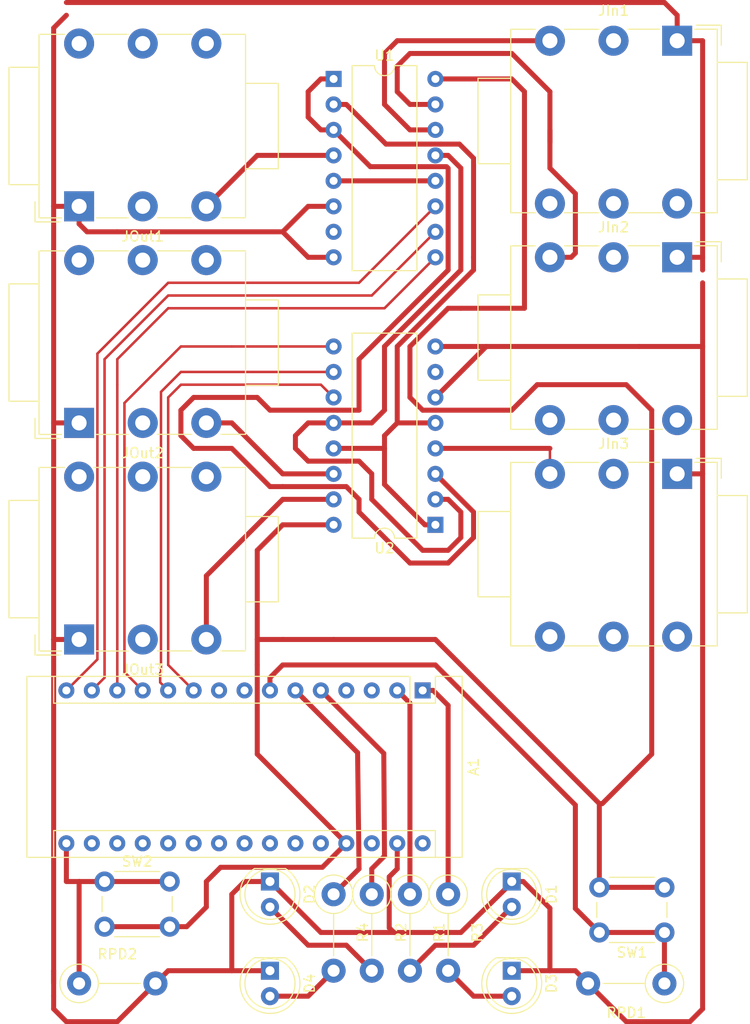
<source format=kicad_pcb>
(kicad_pcb (version 20171130) (host pcbnew "(5.1.5)-3")

  (general
    (thickness 1.6)
    (drawings 0)
    (tracks 272)
    (zones 0)
    (modules 21)
    (nets 71)
  )

  (page A4)
  (layers
    (0 F.Cu signal)
    (31 B.Cu signal)
    (32 B.Adhes user)
    (33 F.Adhes user)
    (34 B.Paste user)
    (35 F.Paste user)
    (36 B.SilkS user)
    (37 F.SilkS user)
    (38 B.Mask user)
    (39 F.Mask user)
    (40 Dwgs.User user)
    (41 Cmts.User user)
    (42 Eco1.User user)
    (43 Eco2.User user)
    (44 Edge.Cuts user)
    (45 Margin user)
    (46 B.CrtYd user)
    (47 F.CrtYd user)
    (48 B.Fab user)
    (49 F.Fab user)
  )

  (setup
    (last_trace_width 0.25)
    (trace_clearance 0.2)
    (zone_clearance 0.508)
    (zone_45_only no)
    (trace_min 0.2)
    (via_size 0.8)
    (via_drill 0.4)
    (via_min_size 0.4)
    (via_min_drill 0.3)
    (uvia_size 0.3)
    (uvia_drill 0.1)
    (uvias_allowed no)
    (uvia_min_size 0.2)
    (uvia_min_drill 0.1)
    (edge_width 0.05)
    (segment_width 0.2)
    (pcb_text_width 0.3)
    (pcb_text_size 1.5 1.5)
    (mod_edge_width 0.12)
    (mod_text_size 1 1)
    (mod_text_width 0.15)
    (pad_size 1.524 1.524)
    (pad_drill 0.762)
    (pad_to_mask_clearance 0.051)
    (solder_mask_min_width 0.25)
    (aux_axis_origin 0 0)
    (visible_elements 7FFFFFFF)
    (pcbplotparams
      (layerselection 0x010fc_ffffffff)
      (usegerberextensions false)
      (usegerberattributes false)
      (usegerberadvancedattributes false)
      (creategerberjobfile false)
      (excludeedgelayer true)
      (linewidth 0.100000)
      (plotframeref false)
      (viasonmask false)
      (mode 1)
      (useauxorigin false)
      (hpglpennumber 1)
      (hpglpenspeed 20)
      (hpglpendiameter 15.000000)
      (psnegative false)
      (psa4output false)
      (plotreference true)
      (plotvalue true)
      (plotinvisibletext false)
      (padsonsilk false)
      (subtractmaskfromsilk false)
      (outputformat 1)
      (mirror false)
      (drillshape 1)
      (scaleselection 1)
      (outputdirectory ""))
  )

  (net 0 "")
  (net 1 "Net-(A1-Pad16)")
  (net 2 "Net-(A1-Pad15)")
  (net 3 "Net-(A1-Pad30)")
  (net 4 "Net-(A1-Pad14)")
  (net 5 "Net-(A1-Pad29)")
  (net 6 "Net-(A1-Pad13)")
  (net 7 "Net-(A1-Pad28)")
  (net 8 "Net-(A1-Pad12)")
  (net 9 "Net-(A1-Pad27)")
  (net 10 "Net-(A1-Pad11)")
  (net 11 "Net-(A1-Pad26)")
  (net 12 "Net-(A1-Pad10)")
  (net 13 "Net-(A1-Pad25)")
  (net 14 "Net-(A1-Pad9)")
  (net 15 "Net-(A1-Pad24)")
  (net 16 "Net-(A1-Pad8)")
  (net 17 "Net-(A1-Pad23)")
  (net 18 "Net-(A1-Pad7)")
  (net 19 "Net-(A1-Pad22)")
  (net 20 "Net-(A1-Pad6)")
  (net 21 "Net-(A1-Pad21)")
  (net 22 "Net-(A1-Pad5)")
  (net 23 "Net-(A1-Pad20)")
  (net 24 "Net-(A1-Pad4)")
  (net 25 "Net-(A1-Pad19)")
  (net 26 "Net-(A1-Pad3)")
  (net 27 "Net-(A1-Pad18)")
  (net 28 "Net-(A1-Pad2)")
  (net 29 "Net-(A1-Pad17)")
  (net 30 "Net-(A1-Pad1)")
  (net 31 "Net-(D1-Pad2)")
  (net 32 "Net-(D2-Pad2)")
  (net 33 "Net-(D3-Pad2)")
  (net 34 "Net-(D4-Pad2)")
  (net 35 "Net-(JIn1-PadT)")
  (net 36 "Net-(JIn2-PadT)")
  (net 37 "Net-(JIn3-PadT)")
  (net 38 "Net-(JOut1-PadT)")
  (net 39 "Net-(JOut2-PadT)")
  (net 40 "Net-(JOut3-PadT)")
  (net 41 "Net-(U1-Pad7)")
  (net 42 "Net-(U1-Pad13)")
  (net 43 "Net-(U1-Pad1)")
  (net 44 "Net-(U1-Pad12)")
  (net 45 "Net-(U2-Pad7)")
  (net 46 "Net-(JIn1-PadR)")
  (net 47 "Net-(JIn1-PadSN)")
  (net 48 "Net-(JIn1-PadTN)")
  (net 49 "Net-(JIn1-PadRN)")
  (net 50 "Net-(JIn2-PadR)")
  (net 51 "Net-(JIn2-PadSN)")
  (net 52 "Net-(JIn2-PadTN)")
  (net 53 "Net-(JIn2-PadRN)")
  (net 54 "Net-(JIn3-PadR)")
  (net 55 "Net-(JIn3-PadSN)")
  (net 56 "Net-(JIn3-PadTN)")
  (net 57 "Net-(JIn3-PadRN)")
  (net 58 "Net-(JOut1-PadR)")
  (net 59 "Net-(JOut1-PadSN)")
  (net 60 "Net-(JOut1-PadTN)")
  (net 61 "Net-(JOut1-PadRN)")
  (net 62 "Net-(JOut2-PadR)")
  (net 63 "Net-(JOut2-PadSN)")
  (net 64 "Net-(JOut2-PadTN)")
  (net 65 "Net-(JOut2-PadRN)")
  (net 66 "Net-(JOut3-PadR)")
  (net 67 "Net-(JOut3-PadSN)")
  (net 68 "Net-(JOut3-PadTN)")
  (net 69 "Net-(JOut3-PadRN)")
  (net 70 "Net-(U1-Pad2)")

  (net_class Default "This is the default net class."
    (clearance 0.2)
    (trace_width 0.25)
    (via_dia 0.8)
    (via_drill 0.4)
    (uvia_dia 0.3)
    (uvia_drill 0.1)
    (add_net "Net-(A1-Pad1)")
    (add_net "Net-(A1-Pad10)")
    (add_net "Net-(A1-Pad11)")
    (add_net "Net-(A1-Pad12)")
    (add_net "Net-(A1-Pad13)")
    (add_net "Net-(A1-Pad14)")
    (add_net "Net-(A1-Pad15)")
    (add_net "Net-(A1-Pad16)")
    (add_net "Net-(A1-Pad17)")
    (add_net "Net-(A1-Pad18)")
    (add_net "Net-(A1-Pad19)")
    (add_net "Net-(A1-Pad2)")
    (add_net "Net-(A1-Pad20)")
    (add_net "Net-(A1-Pad21)")
    (add_net "Net-(A1-Pad22)")
    (add_net "Net-(A1-Pad23)")
    (add_net "Net-(A1-Pad24)")
    (add_net "Net-(A1-Pad25)")
    (add_net "Net-(A1-Pad26)")
    (add_net "Net-(A1-Pad27)")
    (add_net "Net-(A1-Pad28)")
    (add_net "Net-(A1-Pad29)")
    (add_net "Net-(A1-Pad3)")
    (add_net "Net-(A1-Pad30)")
    (add_net "Net-(A1-Pad4)")
    (add_net "Net-(A1-Pad5)")
    (add_net "Net-(A1-Pad6)")
    (add_net "Net-(A1-Pad7)")
    (add_net "Net-(A1-Pad8)")
    (add_net "Net-(A1-Pad9)")
    (add_net "Net-(D1-Pad2)")
    (add_net "Net-(D2-Pad2)")
    (add_net "Net-(D3-Pad2)")
    (add_net "Net-(D4-Pad2)")
    (add_net "Net-(JIn1-PadR)")
    (add_net "Net-(JIn1-PadRN)")
    (add_net "Net-(JIn1-PadSN)")
    (add_net "Net-(JIn1-PadT)")
    (add_net "Net-(JIn1-PadTN)")
    (add_net "Net-(JIn2-PadR)")
    (add_net "Net-(JIn2-PadRN)")
    (add_net "Net-(JIn2-PadSN)")
    (add_net "Net-(JIn2-PadT)")
    (add_net "Net-(JIn2-PadTN)")
    (add_net "Net-(JIn3-PadR)")
    (add_net "Net-(JIn3-PadRN)")
    (add_net "Net-(JIn3-PadSN)")
    (add_net "Net-(JIn3-PadT)")
    (add_net "Net-(JIn3-PadTN)")
    (add_net "Net-(JOut1-PadR)")
    (add_net "Net-(JOut1-PadRN)")
    (add_net "Net-(JOut1-PadSN)")
    (add_net "Net-(JOut1-PadT)")
    (add_net "Net-(JOut1-PadTN)")
    (add_net "Net-(JOut2-PadR)")
    (add_net "Net-(JOut2-PadRN)")
    (add_net "Net-(JOut2-PadSN)")
    (add_net "Net-(JOut2-PadT)")
    (add_net "Net-(JOut2-PadTN)")
    (add_net "Net-(JOut3-PadR)")
    (add_net "Net-(JOut3-PadRN)")
    (add_net "Net-(JOut3-PadSN)")
    (add_net "Net-(JOut3-PadT)")
    (add_net "Net-(JOut3-PadTN)")
    (add_net "Net-(U1-Pad1)")
    (add_net "Net-(U1-Pad12)")
    (add_net "Net-(U1-Pad13)")
    (add_net "Net-(U1-Pad2)")
    (add_net "Net-(U1-Pad7)")
    (add_net "Net-(U2-Pad7)")
  )

  (module Connector_Audio:Jack_3.5mm_Neutrik_NMJ6HCD2_Horizontal (layer F.Cu) (tedit 5BF5E39A) (tstamp 5ED47FA0)
    (at 140.97 100.33)
    (descr "NMJ6HCD2, TRS 1/4in (http://www.neutrik.com/en/audio/plugs-and-jacks/m-series/nmj6hcd2)")
    (tags "NMJ6HCD2 TRS stereo jack connector")
    (path /5ED2EE76)
    (fp_text reference JIn3 (at 6.35 -3) (layer F.SilkS)
      (effects (font (size 1 1) (thickness 0.15)))
    )
    (fp_text value AudioJack3_Switch (at 6.35 19) (layer F.Fab)
      (effects (font (size 1 1) (thickness 0.15)))
    )
    (fp_line (start 16.7 -1.15) (end 16.7 17.15) (layer F.SilkS) (width 0.12))
    (fp_line (start 16.7 17.15) (end 14.15 17.15) (layer F.SilkS) (width 0.12))
    (fp_line (start 11.24 17.15) (end 7.81 17.15) (layer F.SilkS) (width 0.12))
    (fp_line (start 4.89 17.15) (end 1.46 17.15) (layer F.SilkS) (width 0.12))
    (fp_line (start 1.46 -1.14) (end 4.89 -1.14) (layer F.SilkS) (width 0.12))
    (fp_line (start 7.8 -1.15) (end 10.95 -1.15) (layer F.SilkS) (width 0.12))
    (fp_line (start 14.45 -1.15) (end 16.7 -1.15) (layer F.SilkS) (width 0.12))
    (fp_line (start -3.91 -1.14) (end -1.46 -1.14) (layer F.SilkS) (width 0.12))
    (fp_line (start -3.91 17.15) (end -1.46 17.15) (layer F.SilkS) (width 0.12))
    (fp_line (start -3.91 -1.14) (end -3.91 17.15) (layer F.SilkS) (width 0.12))
    (fp_line (start 19.7 13.86) (end 16.7 13.86) (layer F.SilkS) (width 0.12))
    (fp_line (start 19.7 2.16) (end 19.7 13.86) (layer F.SilkS) (width 0.12))
    (fp_line (start 19.7 2.16) (end 16.7 2.16) (layer F.SilkS) (width 0.12))
    (fp_line (start -3.94 3.75) (end -7.16 3.75) (layer F.SilkS) (width 0.12))
    (fp_line (start -7.18 3.75) (end -7.18 12.23) (layer F.SilkS) (width 0.12))
    (fp_line (start -3.94 12.26) (end -7.16 12.26) (layer F.SilkS) (width 0.12))
    (fp_line (start 19.95 -1.75) (end 19.95 17.95) (layer F.CrtYd) (width 0.05))
    (fp_line (start -7.45 17.95) (end 19.95 17.95) (layer F.CrtYd) (width 0.05))
    (fp_line (start -7.45 -1.75) (end -7.45 17.95) (layer F.CrtYd) (width 0.05))
    (fp_line (start 19.95 -1.75) (end -7.45 -1.75) (layer F.CrtYd) (width 0.05))
    (fp_line (start 16.6 -1.05) (end 16.6 17.05) (layer F.Fab) (width 0.1))
    (fp_line (start 16.6 17.05) (end -3.8 17.05) (layer F.Fab) (width 0.1))
    (fp_line (start -3.8 17.05) (end -3.8 -1.05) (layer F.Fab) (width 0.1))
    (fp_line (start -3.8 -1.05) (end 16.6 -1.05) (layer F.Fab) (width 0.1))
    (fp_line (start 16.6 2.25) (end 19.6 2.25) (layer F.Fab) (width 0.1))
    (fp_line (start 19.6 2.25) (end 19.6 13.75) (layer F.Fab) (width 0.1))
    (fp_line (start 19.6 13.75) (end 16.6 13.75) (layer F.Fab) (width 0.1))
    (fp_line (start -3.8 3.85) (end -7.05 3.85) (layer F.Fab) (width 0.1))
    (fp_line (start -7.05 3.85) (end -7.05 12.15) (layer F.Fab) (width 0.1))
    (fp_line (start -7.05 12.15) (end -3.8 12.15) (layer F.Fab) (width 0.1))
    (fp_line (start 14 -1.05) (end 12.7 0.5) (layer F.Fab) (width 0.1))
    (fp_line (start 12.7 0.5) (end 11.65 -1.05) (layer F.Fab) (width 0.1))
    (fp_line (start 17.1 0.45) (end 17.1 -1.55) (layer F.SilkS) (width 0.12))
    (fp_line (start 17.1 -1.55) (end 14.6 -1.55) (layer F.SilkS) (width 0.12))
    (fp_text user %R (at 6.35 8.115) (layer F.Fab)
      (effects (font (size 1 1) (thickness 0.15)))
    )
    (pad S thru_hole rect (at 12.7 0) (size 3 3) (drill 1.5) (layers *.Cu *.Mask)
      (net 5 "Net-(A1-Pad29)"))
    (pad T thru_hole circle (at 0 0) (size 3 3) (drill 1.5) (layers *.Cu *.Mask)
      (net 37 "Net-(JIn3-PadT)"))
    (pad R thru_hole circle (at 6.35 0) (size 3 3) (drill 1.5) (layers *.Cu *.Mask)
      (net 54 "Net-(JIn3-PadR)"))
    (pad SN thru_hole circle (at 12.7 16.23) (size 3 3) (drill 1.5) (layers *.Cu *.Mask)
      (net 55 "Net-(JIn3-PadSN)"))
    (pad TN thru_hole circle (at 0 16.23) (size 3 3) (drill 1.5) (layers *.Cu *.Mask)
      (net 56 "Net-(JIn3-PadTN)"))
    (pad RN thru_hole circle (at 6.35 16.23) (size 3 3) (drill 1.5) (layers *.Cu *.Mask)
      (net 57 "Net-(JIn3-PadRN)"))
    (model ${KISYS3DMOD}/Connector_Audio.3dshapes/Jack_3.5mm_Neutrik_NMJ6HCD2_Horizontal.wrl
      (at (xyz 0 0 0))
      (scale (xyz 1 1 1))
      (rotate (xyz 0 0 0))
    )
  )

  (module Package_DIP:DIP-16_W10.16mm (layer F.Cu) (tedit 5A02E8C5) (tstamp 5ED4814F)
    (at 129.54 105.41 180)
    (descr "16-lead though-hole mounted DIP package, row spacing 10.16 mm (400 mils)")
    (tags "THT DIP DIL PDIP 2.54mm 10.16mm 400mil")
    (path /5ED2C7DC)
    (fp_text reference U2 (at 5.08 -2.33) (layer F.SilkS)
      (effects (font (size 1 1) (thickness 0.15)))
    )
    (fp_text value 4053 (at 5.08 20.11) (layer F.Fab)
      (effects (font (size 1 1) (thickness 0.15)))
    )
    (fp_text user %R (at 5.08 8.89) (layer F.Fab)
      (effects (font (size 1 1) (thickness 0.15)))
    )
    (fp_line (start 11.25 -1.55) (end -1.05 -1.55) (layer F.CrtYd) (width 0.05))
    (fp_line (start 11.25 19.3) (end 11.25 -1.55) (layer F.CrtYd) (width 0.05))
    (fp_line (start -1.05 19.3) (end 11.25 19.3) (layer F.CrtYd) (width 0.05))
    (fp_line (start -1.05 -1.55) (end -1.05 19.3) (layer F.CrtYd) (width 0.05))
    (fp_line (start 8.315 -1.33) (end 6.08 -1.33) (layer F.SilkS) (width 0.12))
    (fp_line (start 8.315 19.11) (end 8.315 -1.33) (layer F.SilkS) (width 0.12))
    (fp_line (start 1.845 19.11) (end 8.315 19.11) (layer F.SilkS) (width 0.12))
    (fp_line (start 1.845 -1.33) (end 1.845 19.11) (layer F.SilkS) (width 0.12))
    (fp_line (start 4.08 -1.33) (end 1.845 -1.33) (layer F.SilkS) (width 0.12))
    (fp_line (start 1.905 -0.27) (end 2.905 -1.27) (layer F.Fab) (width 0.1))
    (fp_line (start 1.905 19.05) (end 1.905 -0.27) (layer F.Fab) (width 0.1))
    (fp_line (start 8.255 19.05) (end 1.905 19.05) (layer F.Fab) (width 0.1))
    (fp_line (start 8.255 -1.27) (end 8.255 19.05) (layer F.Fab) (width 0.1))
    (fp_line (start 2.905 -1.27) (end 8.255 -1.27) (layer F.Fab) (width 0.1))
    (fp_arc (start 5.08 -1.33) (end 4.08 -1.33) (angle -180) (layer F.SilkS) (width 0.12))
    (pad 16 thru_hole oval (at 10.16 0 180) (size 1.6 1.6) (drill 0.8) (layers *.Cu *.Mask)
      (net 9 "Net-(A1-Pad27)"))
    (pad 8 thru_hole oval (at 0 17.78 180) (size 1.6 1.6) (drill 0.8) (layers *.Cu *.Mask)
      (net 5 "Net-(A1-Pad29)"))
    (pad 15 thru_hole oval (at 10.16 2.54 180) (size 1.6 1.6) (drill 0.8) (layers *.Cu *.Mask)
      (net 40 "Net-(JOut3-PadT)"))
    (pad 7 thru_hole oval (at 0 15.24 180) (size 1.6 1.6) (drill 0.8) (layers *.Cu *.Mask)
      (net 45 "Net-(U2-Pad7)"))
    (pad 14 thru_hole oval (at 10.16 5.08 180) (size 1.6 1.6) (drill 0.8) (layers *.Cu *.Mask)
      (net 39 "Net-(JOut2-PadT)"))
    (pad 6 thru_hole oval (at 0 12.7 180) (size 1.6 1.6) (drill 0.8) (layers *.Cu *.Mask)
      (net 5 "Net-(A1-Pad29)"))
    (pad 13 thru_hole oval (at 10.16 7.62 180) (size 1.6 1.6) (drill 0.8) (layers *.Cu *.Mask)
      (net 70 "Net-(U1-Pad2)"))
    (pad 5 thru_hole oval (at 0 10.16 180) (size 1.6 1.6) (drill 0.8) (layers *.Cu *.Mask)
      (net 70 "Net-(U1-Pad2)"))
    (pad 12 thru_hole oval (at 10.16 10.16 180) (size 1.6 1.6) (drill 0.8) (layers *.Cu *.Mask)
      (net 42 "Net-(U1-Pad13)"))
    (pad 4 thru_hole oval (at 0 7.62 180) (size 1.6 1.6) (drill 0.8) (layers *.Cu *.Mask)
      (net 37 "Net-(JIn3-PadT)"))
    (pad 11 thru_hole oval (at 10.16 12.7 180) (size 1.6 1.6) (drill 0.8) (layers *.Cu *.Mask)
      (net 12 "Net-(A1-Pad10)"))
    (pad 3 thru_hole oval (at 0 5.08 180) (size 1.6 1.6) (drill 0.8) (layers *.Cu *.Mask)
      (net 43 "Net-(U1-Pad1)"))
    (pad 10 thru_hole oval (at 10.16 15.24 180) (size 1.6 1.6) (drill 0.8) (layers *.Cu *.Mask)
      (net 10 "Net-(A1-Pad11)"))
    (pad 2 thru_hole oval (at 0 2.54 180) (size 1.6 1.6) (drill 0.8) (layers *.Cu *.Mask)
      (net 42 "Net-(U1-Pad13)"))
    (pad 9 thru_hole oval (at 10.16 17.78 180) (size 1.6 1.6) (drill 0.8) (layers *.Cu *.Mask)
      (net 8 "Net-(A1-Pad12)"))
    (pad 1 thru_hole rect (at 0 0 180) (size 1.6 1.6) (drill 0.8) (layers *.Cu *.Mask)
      (net 70 "Net-(U1-Pad2)"))
    (model ${KISYS3DMOD}/Package_DIP.3dshapes/DIP-16_W10.16mm.wrl
      (at (xyz 0 0 0))
      (scale (xyz 1 1 1))
      (rotate (xyz 0 0 0))
    )
  )

  (module Package_DIP:DIP-16_W10.16mm (layer F.Cu) (tedit 5A02E8C5) (tstamp 5ED4812B)
    (at 119.38 60.96)
    (descr "16-lead though-hole mounted DIP package, row spacing 10.16 mm (400 mils)")
    (tags "THT DIP DIL PDIP 2.54mm 10.16mm 400mil")
    (path /5ED2BF49)
    (fp_text reference U1 (at 5.08 -2.33) (layer F.SilkS)
      (effects (font (size 1 1) (thickness 0.15)))
    )
    (fp_text value 4053 (at 5.08 20.11) (layer F.Fab)
      (effects (font (size 1 1) (thickness 0.15)))
    )
    (fp_text user %R (at 5.08 8.89) (layer F.Fab)
      (effects (font (size 1 1) (thickness 0.15)))
    )
    (fp_line (start 11.25 -1.55) (end -1.05 -1.55) (layer F.CrtYd) (width 0.05))
    (fp_line (start 11.25 19.3) (end 11.25 -1.55) (layer F.CrtYd) (width 0.05))
    (fp_line (start -1.05 19.3) (end 11.25 19.3) (layer F.CrtYd) (width 0.05))
    (fp_line (start -1.05 -1.55) (end -1.05 19.3) (layer F.CrtYd) (width 0.05))
    (fp_line (start 8.315 -1.33) (end 6.08 -1.33) (layer F.SilkS) (width 0.12))
    (fp_line (start 8.315 19.11) (end 8.315 -1.33) (layer F.SilkS) (width 0.12))
    (fp_line (start 1.845 19.11) (end 8.315 19.11) (layer F.SilkS) (width 0.12))
    (fp_line (start 1.845 -1.33) (end 1.845 19.11) (layer F.SilkS) (width 0.12))
    (fp_line (start 4.08 -1.33) (end 1.845 -1.33) (layer F.SilkS) (width 0.12))
    (fp_line (start 1.905 -0.27) (end 2.905 -1.27) (layer F.Fab) (width 0.1))
    (fp_line (start 1.905 19.05) (end 1.905 -0.27) (layer F.Fab) (width 0.1))
    (fp_line (start 8.255 19.05) (end 1.905 19.05) (layer F.Fab) (width 0.1))
    (fp_line (start 8.255 -1.27) (end 8.255 19.05) (layer F.Fab) (width 0.1))
    (fp_line (start 2.905 -1.27) (end 8.255 -1.27) (layer F.Fab) (width 0.1))
    (fp_arc (start 5.08 -1.33) (end 4.08 -1.33) (angle -180) (layer F.SilkS) (width 0.12))
    (pad 16 thru_hole oval (at 10.16 0) (size 1.6 1.6) (drill 0.8) (layers *.Cu *.Mask)
      (net 9 "Net-(A1-Pad27)"))
    (pad 8 thru_hole oval (at 0 17.78) (size 1.6 1.6) (drill 0.8) (layers *.Cu *.Mask)
      (net 5 "Net-(A1-Pad29)"))
    (pad 15 thru_hole oval (at 10.16 2.54) (size 1.6 1.6) (drill 0.8) (layers *.Cu *.Mask)
      (net 36 "Net-(JIn2-PadT)"))
    (pad 7 thru_hole oval (at 0 15.24) (size 1.6 1.6) (drill 0.8) (layers *.Cu *.Mask)
      (net 41 "Net-(U1-Pad7)"))
    (pad 14 thru_hole oval (at 10.16 5.08) (size 1.6 1.6) (drill 0.8) (layers *.Cu *.Mask)
      (net 35 "Net-(JIn1-PadT)"))
    (pad 6 thru_hole oval (at 0 12.7) (size 1.6 1.6) (drill 0.8) (layers *.Cu *.Mask)
      (net 5 "Net-(A1-Pad29)"))
    (pad 13 thru_hole oval (at 10.16 7.62) (size 1.6 1.6) (drill 0.8) (layers *.Cu *.Mask)
      (net 42 "Net-(U1-Pad13)"))
    (pad 5 thru_hole oval (at 0 10.16) (size 1.6 1.6) (drill 0.8) (layers *.Cu *.Mask)
      (net 44 "Net-(U1-Pad12)"))
    (pad 12 thru_hole oval (at 10.16 10.16) (size 1.6 1.6) (drill 0.8) (layers *.Cu *.Mask)
      (net 44 "Net-(U1-Pad12)"))
    (pad 4 thru_hole oval (at 0 7.62) (size 1.6 1.6) (drill 0.8) (layers *.Cu *.Mask)
      (net 38 "Net-(JOut1-PadT)"))
    (pad 11 thru_hole oval (at 10.16 12.7) (size 1.6 1.6) (drill 0.8) (layers *.Cu *.Mask)
      (net 2 "Net-(A1-Pad15)"))
    (pad 3 thru_hole oval (at 0 5.08) (size 1.6 1.6) (drill 0.8) (layers *.Cu *.Mask)
      (net 43 "Net-(U1-Pad1)"))
    (pad 10 thru_hole oval (at 10.16 15.24) (size 1.6 1.6) (drill 0.8) (layers *.Cu *.Mask)
      (net 4 "Net-(A1-Pad14)"))
    (pad 2 thru_hole oval (at 0 2.54) (size 1.6 1.6) (drill 0.8) (layers *.Cu *.Mask)
      (net 70 "Net-(U1-Pad2)"))
    (pad 9 thru_hole oval (at 10.16 17.78) (size 1.6 1.6) (drill 0.8) (layers *.Cu *.Mask)
      (net 6 "Net-(A1-Pad13)"))
    (pad 1 thru_hole rect (at 0 0) (size 1.6 1.6) (drill 0.8) (layers *.Cu *.Mask)
      (net 43 "Net-(U1-Pad1)"))
    (model ${KISYS3DMOD}/Package_DIP.3dshapes/DIP-16_W10.16mm.wrl
      (at (xyz 0 0 0))
      (scale (xyz 1 1 1))
      (rotate (xyz 0 0 0))
    )
  )

  (module Button_Switch_THT:SW_PUSH_6mm_H4.3mm (layer F.Cu) (tedit 5A02FE31) (tstamp 5ED48107)
    (at 96.52 140.97)
    (descr "tactile push button, 6x6mm e.g. PHAP33xx series, height=4.3mm")
    (tags "tact sw push 6mm")
    (path /5ED32B09)
    (fp_text reference SW2 (at 3.25 -2) (layer F.SilkS)
      (effects (font (size 1 1) (thickness 0.15)))
    )
    (fp_text value SW_Push (at 3.75 6.7) (layer F.Fab)
      (effects (font (size 1 1) (thickness 0.15)))
    )
    (fp_circle (center 3.25 2.25) (end 1.25 2.5) (layer F.Fab) (width 0.1))
    (fp_line (start 6.75 3) (end 6.75 1.5) (layer F.SilkS) (width 0.12))
    (fp_line (start 5.5 -1) (end 1 -1) (layer F.SilkS) (width 0.12))
    (fp_line (start -0.25 1.5) (end -0.25 3) (layer F.SilkS) (width 0.12))
    (fp_line (start 1 5.5) (end 5.5 5.5) (layer F.SilkS) (width 0.12))
    (fp_line (start 8 -1.25) (end 8 5.75) (layer F.CrtYd) (width 0.05))
    (fp_line (start 7.75 6) (end -1.25 6) (layer F.CrtYd) (width 0.05))
    (fp_line (start -1.5 5.75) (end -1.5 -1.25) (layer F.CrtYd) (width 0.05))
    (fp_line (start -1.25 -1.5) (end 7.75 -1.5) (layer F.CrtYd) (width 0.05))
    (fp_line (start -1.5 6) (end -1.25 6) (layer F.CrtYd) (width 0.05))
    (fp_line (start -1.5 5.75) (end -1.5 6) (layer F.CrtYd) (width 0.05))
    (fp_line (start -1.5 -1.5) (end -1.25 -1.5) (layer F.CrtYd) (width 0.05))
    (fp_line (start -1.5 -1.25) (end -1.5 -1.5) (layer F.CrtYd) (width 0.05))
    (fp_line (start 8 -1.5) (end 8 -1.25) (layer F.CrtYd) (width 0.05))
    (fp_line (start 7.75 -1.5) (end 8 -1.5) (layer F.CrtYd) (width 0.05))
    (fp_line (start 8 6) (end 8 5.75) (layer F.CrtYd) (width 0.05))
    (fp_line (start 7.75 6) (end 8 6) (layer F.CrtYd) (width 0.05))
    (fp_line (start 0.25 -0.75) (end 3.25 -0.75) (layer F.Fab) (width 0.1))
    (fp_line (start 0.25 5.25) (end 0.25 -0.75) (layer F.Fab) (width 0.1))
    (fp_line (start 6.25 5.25) (end 0.25 5.25) (layer F.Fab) (width 0.1))
    (fp_line (start 6.25 -0.75) (end 6.25 5.25) (layer F.Fab) (width 0.1))
    (fp_line (start 3.25 -0.75) (end 6.25 -0.75) (layer F.Fab) (width 0.1))
    (fp_text user %R (at 3.25 2.25) (layer F.Fab)
      (effects (font (size 1 1) (thickness 0.15)))
    )
    (pad 1 thru_hole circle (at 6.5 0 90) (size 2 2) (drill 1.1) (layers *.Cu *.Mask)
      (net 1 "Net-(A1-Pad16)"))
    (pad 2 thru_hole circle (at 6.5 4.5 90) (size 2 2) (drill 1.1) (layers *.Cu *.Mask)
      (net 9 "Net-(A1-Pad27)"))
    (pad 1 thru_hole circle (at 0 0 90) (size 2 2) (drill 1.1) (layers *.Cu *.Mask)
      (net 1 "Net-(A1-Pad16)"))
    (pad 2 thru_hole circle (at 0 4.5 90) (size 2 2) (drill 1.1) (layers *.Cu *.Mask)
      (net 9 "Net-(A1-Pad27)"))
    (model ${KISYS3DMOD}/Button_Switch_THT.3dshapes/SW_PUSH_6mm_H4.3mm.wrl
      (at (xyz 0 0 0))
      (scale (xyz 1 1 1))
      (rotate (xyz 0 0 0))
    )
  )

  (module Button_Switch_THT:SW_PUSH_6mm_H4.3mm (layer F.Cu) (tedit 5A02FE31) (tstamp 5ED480E8)
    (at 152.4 146.05 180)
    (descr "tactile push button, 6x6mm e.g. PHAP33xx series, height=4.3mm")
    (tags "tact sw push 6mm")
    (path /5ED327AC)
    (fp_text reference SW1 (at 3.25 -2) (layer F.SilkS)
      (effects (font (size 1 1) (thickness 0.15)))
    )
    (fp_text value SW_Push (at 3.75 6.7) (layer F.Fab)
      (effects (font (size 1 1) (thickness 0.15)))
    )
    (fp_circle (center 3.25 2.25) (end 1.25 2.5) (layer F.Fab) (width 0.1))
    (fp_line (start 6.75 3) (end 6.75 1.5) (layer F.SilkS) (width 0.12))
    (fp_line (start 5.5 -1) (end 1 -1) (layer F.SilkS) (width 0.12))
    (fp_line (start -0.25 1.5) (end -0.25 3) (layer F.SilkS) (width 0.12))
    (fp_line (start 1 5.5) (end 5.5 5.5) (layer F.SilkS) (width 0.12))
    (fp_line (start 8 -1.25) (end 8 5.75) (layer F.CrtYd) (width 0.05))
    (fp_line (start 7.75 6) (end -1.25 6) (layer F.CrtYd) (width 0.05))
    (fp_line (start -1.5 5.75) (end -1.5 -1.25) (layer F.CrtYd) (width 0.05))
    (fp_line (start -1.25 -1.5) (end 7.75 -1.5) (layer F.CrtYd) (width 0.05))
    (fp_line (start -1.5 6) (end -1.25 6) (layer F.CrtYd) (width 0.05))
    (fp_line (start -1.5 5.75) (end -1.5 6) (layer F.CrtYd) (width 0.05))
    (fp_line (start -1.5 -1.5) (end -1.25 -1.5) (layer F.CrtYd) (width 0.05))
    (fp_line (start -1.5 -1.25) (end -1.5 -1.5) (layer F.CrtYd) (width 0.05))
    (fp_line (start 8 -1.5) (end 8 -1.25) (layer F.CrtYd) (width 0.05))
    (fp_line (start 7.75 -1.5) (end 8 -1.5) (layer F.CrtYd) (width 0.05))
    (fp_line (start 8 6) (end 8 5.75) (layer F.CrtYd) (width 0.05))
    (fp_line (start 7.75 6) (end 8 6) (layer F.CrtYd) (width 0.05))
    (fp_line (start 0.25 -0.75) (end 3.25 -0.75) (layer F.Fab) (width 0.1))
    (fp_line (start 0.25 5.25) (end 0.25 -0.75) (layer F.Fab) (width 0.1))
    (fp_line (start 6.25 5.25) (end 0.25 5.25) (layer F.Fab) (width 0.1))
    (fp_line (start 6.25 -0.75) (end 6.25 5.25) (layer F.Fab) (width 0.1))
    (fp_line (start 3.25 -0.75) (end 6.25 -0.75) (layer F.Fab) (width 0.1))
    (fp_text user %R (at 3.25 2.25) (layer F.Fab)
      (effects (font (size 1 1) (thickness 0.15)))
    )
    (pad 1 thru_hole circle (at 6.5 0 270) (size 2 2) (drill 1.1) (layers *.Cu *.Mask)
      (net 18 "Net-(A1-Pad7)"))
    (pad 2 thru_hole circle (at 6.5 4.5 270) (size 2 2) (drill 1.1) (layers *.Cu *.Mask)
      (net 9 "Net-(A1-Pad27)"))
    (pad 1 thru_hole circle (at 0 0 270) (size 2 2) (drill 1.1) (layers *.Cu *.Mask)
      (net 18 "Net-(A1-Pad7)"))
    (pad 2 thru_hole circle (at 0 4.5 270) (size 2 2) (drill 1.1) (layers *.Cu *.Mask)
      (net 9 "Net-(A1-Pad27)"))
    (model ${KISYS3DMOD}/Button_Switch_THT.3dshapes/SW_PUSH_6mm_H4.3mm.wrl
      (at (xyz 0 0 0))
      (scale (xyz 1 1 1))
      (rotate (xyz 0 0 0))
    )
  )

  (module Resistor_THT:R_Axial_DIN0411_L9.9mm_D3.6mm_P7.62mm_Vertical (layer F.Cu) (tedit 5AE5139B) (tstamp 5ED48081)
    (at 93.98 151.13)
    (descr "Resistor, Axial_DIN0411 series, Axial, Vertical, pin pitch=7.62mm, 1W, length*diameter=9.9*3.6mm^2")
    (tags "Resistor Axial_DIN0411 series Axial Vertical pin pitch 7.62mm 1W length 9.9mm diameter 3.6mm")
    (path /5ED33361)
    (fp_text reference RPD2 (at 3.81 -2.92) (layer F.SilkS)
      (effects (font (size 1 1) (thickness 0.15)))
    )
    (fp_text value R10k (at 3.81 2.92) (layer F.Fab)
      (effects (font (size 1 1) (thickness 0.15)))
    )
    (fp_text user %R (at 3.81 -2.92) (layer F.Fab)
      (effects (font (size 1 1) (thickness 0.15)))
    )
    (fp_line (start 9.07 -2.05) (end -2.05 -2.05) (layer F.CrtYd) (width 0.05))
    (fp_line (start 9.07 2.05) (end 9.07 -2.05) (layer F.CrtYd) (width 0.05))
    (fp_line (start -2.05 2.05) (end 9.07 2.05) (layer F.CrtYd) (width 0.05))
    (fp_line (start -2.05 -2.05) (end -2.05 2.05) (layer F.CrtYd) (width 0.05))
    (fp_line (start 1.92 0) (end 6.12 0) (layer F.SilkS) (width 0.12))
    (fp_line (start 0 0) (end 7.62 0) (layer F.Fab) (width 0.1))
    (fp_circle (center 0 0) (end 1.92 0) (layer F.SilkS) (width 0.12))
    (fp_circle (center 0 0) (end 1.8 0) (layer F.Fab) (width 0.1))
    (pad 2 thru_hole oval (at 7.62 0) (size 2.4 2.4) (drill 1.2) (layers *.Cu *.Mask)
      (net 5 "Net-(A1-Pad29)"))
    (pad 1 thru_hole circle (at 0 0) (size 2.4 2.4) (drill 1.2) (layers *.Cu *.Mask)
      (net 1 "Net-(A1-Pad16)"))
    (model ${KISYS3DMOD}/Resistor_THT.3dshapes/R_Axial_DIN0411_L9.9mm_D3.6mm_P7.62mm_Vertical.wrl
      (at (xyz 0 0 0))
      (scale (xyz 1 1 1))
      (rotate (xyz 0 0 0))
    )
  )

  (module Resistor_THT:R_Axial_DIN0411_L9.9mm_D3.6mm_P7.62mm_Vertical (layer F.Cu) (tedit 5AE5139B) (tstamp 5ED48072)
    (at 152.4 151.13 180)
    (descr "Resistor, Axial_DIN0411 series, Axial, Vertical, pin pitch=7.62mm, 1W, length*diameter=9.9*3.6mm^2")
    (tags "Resistor Axial_DIN0411 series Axial Vertical pin pitch 7.62mm 1W length 9.9mm diameter 3.6mm")
    (path /5ED33B1F)
    (fp_text reference RPD1 (at 3.81 -2.92) (layer F.SilkS)
      (effects (font (size 1 1) (thickness 0.15)))
    )
    (fp_text value R10k (at 3.81 2.92) (layer F.Fab)
      (effects (font (size 1 1) (thickness 0.15)))
    )
    (fp_text user %R (at 3.81 -2.92) (layer F.Fab)
      (effects (font (size 1 1) (thickness 0.15)))
    )
    (fp_line (start 9.07 -2.05) (end -2.05 -2.05) (layer F.CrtYd) (width 0.05))
    (fp_line (start 9.07 2.05) (end 9.07 -2.05) (layer F.CrtYd) (width 0.05))
    (fp_line (start -2.05 2.05) (end 9.07 2.05) (layer F.CrtYd) (width 0.05))
    (fp_line (start -2.05 -2.05) (end -2.05 2.05) (layer F.CrtYd) (width 0.05))
    (fp_line (start 1.92 0) (end 6.12 0) (layer F.SilkS) (width 0.12))
    (fp_line (start 0 0) (end 7.62 0) (layer F.Fab) (width 0.1))
    (fp_circle (center 0 0) (end 1.92 0) (layer F.SilkS) (width 0.12))
    (fp_circle (center 0 0) (end 1.8 0) (layer F.Fab) (width 0.1))
    (pad 2 thru_hole oval (at 7.62 0 180) (size 2.4 2.4) (drill 1.2) (layers *.Cu *.Mask)
      (net 5 "Net-(A1-Pad29)"))
    (pad 1 thru_hole circle (at 0 0 180) (size 2.4 2.4) (drill 1.2) (layers *.Cu *.Mask)
      (net 18 "Net-(A1-Pad7)"))
    (model ${KISYS3DMOD}/Resistor_THT.3dshapes/R_Axial_DIN0411_L9.9mm_D3.6mm_P7.62mm_Vertical.wrl
      (at (xyz 0 0 0))
      (scale (xyz 1 1 1))
      (rotate (xyz 0 0 0))
    )
  )

  (module Resistor_THT:R_Axial_DIN0411_L9.9mm_D3.6mm_P7.62mm_Vertical (layer F.Cu) (tedit 5AE5139B) (tstamp 5ED48063)
    (at 119.38 142.24 270)
    (descr "Resistor, Axial_DIN0411 series, Axial, Vertical, pin pitch=7.62mm, 1W, length*diameter=9.9*3.6mm^2")
    (tags "Resistor Axial_DIN0411 series Axial Vertical pin pitch 7.62mm 1W length 9.9mm diameter 3.6mm")
    (path /5ED30B52)
    (fp_text reference R4 (at 3.81 -2.92 90) (layer F.SilkS)
      (effects (font (size 1 1) (thickness 0.15)))
    )
    (fp_text value 300 (at 3.81 2.92 90) (layer F.Fab)
      (effects (font (size 1 1) (thickness 0.15)))
    )
    (fp_text user %R (at 3.81 -2.92 90) (layer F.Fab)
      (effects (font (size 1 1) (thickness 0.15)))
    )
    (fp_line (start 9.07 -2.05) (end -2.05 -2.05) (layer F.CrtYd) (width 0.05))
    (fp_line (start 9.07 2.05) (end 9.07 -2.05) (layer F.CrtYd) (width 0.05))
    (fp_line (start -2.05 2.05) (end 9.07 2.05) (layer F.CrtYd) (width 0.05))
    (fp_line (start -2.05 -2.05) (end -2.05 2.05) (layer F.CrtYd) (width 0.05))
    (fp_line (start 1.92 0) (end 6.12 0) (layer F.SilkS) (width 0.12))
    (fp_line (start 0 0) (end 7.62 0) (layer F.Fab) (width 0.1))
    (fp_circle (center 0 0) (end 1.92 0) (layer F.SilkS) (width 0.12))
    (fp_circle (center 0 0) (end 1.8 0) (layer F.Fab) (width 0.1))
    (pad 2 thru_hole oval (at 7.62 0 270) (size 2.4 2.4) (drill 1.2) (layers *.Cu *.Mask)
      (net 34 "Net-(D4-Pad2)"))
    (pad 1 thru_hole circle (at 0 0 270) (size 2.4 2.4) (drill 1.2) (layers *.Cu *.Mask)
      (net 20 "Net-(A1-Pad6)"))
    (model ${KISYS3DMOD}/Resistor_THT.3dshapes/R_Axial_DIN0411_L9.9mm_D3.6mm_P7.62mm_Vertical.wrl
      (at (xyz 0 0 0))
      (scale (xyz 1 1 1))
      (rotate (xyz 0 0 0))
    )
  )

  (module Resistor_THT:R_Axial_DIN0411_L9.9mm_D3.6mm_P7.62mm_Vertical (layer F.Cu) (tedit 5AE5139B) (tstamp 5ED48054)
    (at 130.81 142.24 270)
    (descr "Resistor, Axial_DIN0411 series, Axial, Vertical, pin pitch=7.62mm, 1W, length*diameter=9.9*3.6mm^2")
    (tags "Resistor Axial_DIN0411 series Axial Vertical pin pitch 7.62mm 1W length 9.9mm diameter 3.6mm")
    (path /5ED306F3)
    (fp_text reference R3 (at 3.81 -2.92 90) (layer F.SilkS)
      (effects (font (size 1 1) (thickness 0.15)))
    )
    (fp_text value 300 (at 3.81 2.92 90) (layer F.Fab)
      (effects (font (size 1 1) (thickness 0.15)))
    )
    (fp_text user %R (at 3.81 -2.92 90) (layer F.Fab)
      (effects (font (size 1 1) (thickness 0.15)))
    )
    (fp_line (start 9.07 -2.05) (end -2.05 -2.05) (layer F.CrtYd) (width 0.05))
    (fp_line (start 9.07 2.05) (end 9.07 -2.05) (layer F.CrtYd) (width 0.05))
    (fp_line (start -2.05 2.05) (end 9.07 2.05) (layer F.CrtYd) (width 0.05))
    (fp_line (start -2.05 -2.05) (end -2.05 2.05) (layer F.CrtYd) (width 0.05))
    (fp_line (start 1.92 0) (end 6.12 0) (layer F.SilkS) (width 0.12))
    (fp_line (start 0 0) (end 7.62 0) (layer F.Fab) (width 0.1))
    (fp_circle (center 0 0) (end 1.92 0) (layer F.SilkS) (width 0.12))
    (fp_circle (center 0 0) (end 1.8 0) (layer F.Fab) (width 0.1))
    (pad 2 thru_hole oval (at 7.62 0 270) (size 2.4 2.4) (drill 1.2) (layers *.Cu *.Mask)
      (net 33 "Net-(D3-Pad2)"))
    (pad 1 thru_hole circle (at 0 0 270) (size 2.4 2.4) (drill 1.2) (layers *.Cu *.Mask)
      (net 30 "Net-(A1-Pad1)"))
    (model ${KISYS3DMOD}/Resistor_THT.3dshapes/R_Axial_DIN0411_L9.9mm_D3.6mm_P7.62mm_Vertical.wrl
      (at (xyz 0 0 0))
      (scale (xyz 1 1 1))
      (rotate (xyz 0 0 0))
    )
  )

  (module Resistor_THT:R_Axial_DIN0411_L9.9mm_D3.6mm_P7.62mm_Vertical (layer F.Cu) (tedit 5AE5139B) (tstamp 5ED48045)
    (at 123.19 142.24 270)
    (descr "Resistor, Axial_DIN0411 series, Axial, Vertical, pin pitch=7.62mm, 1W, length*diameter=9.9*3.6mm^2")
    (tags "Resistor Axial_DIN0411 series Axial Vertical pin pitch 7.62mm 1W length 9.9mm diameter 3.6mm")
    (path /5ED30283)
    (fp_text reference R2 (at 3.81 -2.92 90) (layer F.SilkS)
      (effects (font (size 1 1) (thickness 0.15)))
    )
    (fp_text value 300 (at 3.81 2.92 90) (layer F.Fab)
      (effects (font (size 1 1) (thickness 0.15)))
    )
    (fp_text user %R (at 3.81 -2.92 90) (layer F.Fab)
      (effects (font (size 1 1) (thickness 0.15)))
    )
    (fp_line (start 9.07 -2.05) (end -2.05 -2.05) (layer F.CrtYd) (width 0.05))
    (fp_line (start 9.07 2.05) (end 9.07 -2.05) (layer F.CrtYd) (width 0.05))
    (fp_line (start -2.05 2.05) (end 9.07 2.05) (layer F.CrtYd) (width 0.05))
    (fp_line (start -2.05 -2.05) (end -2.05 2.05) (layer F.CrtYd) (width 0.05))
    (fp_line (start 1.92 0) (end 6.12 0) (layer F.SilkS) (width 0.12))
    (fp_line (start 0 0) (end 7.62 0) (layer F.Fab) (width 0.1))
    (fp_circle (center 0 0) (end 1.92 0) (layer F.SilkS) (width 0.12))
    (fp_circle (center 0 0) (end 1.8 0) (layer F.Fab) (width 0.1))
    (pad 2 thru_hole oval (at 7.62 0 270) (size 2.4 2.4) (drill 1.2) (layers *.Cu *.Mask)
      (net 32 "Net-(D2-Pad2)"))
    (pad 1 thru_hole circle (at 0 0 270) (size 2.4 2.4) (drill 1.2) (layers *.Cu *.Mask)
      (net 22 "Net-(A1-Pad5)"))
    (model ${KISYS3DMOD}/Resistor_THT.3dshapes/R_Axial_DIN0411_L9.9mm_D3.6mm_P7.62mm_Vertical.wrl
      (at (xyz 0 0 0))
      (scale (xyz 1 1 1))
      (rotate (xyz 0 0 0))
    )
  )

  (module Resistor_THT:R_Axial_DIN0411_L9.9mm_D3.6mm_P7.62mm_Vertical (layer F.Cu) (tedit 5AE5139B) (tstamp 5ED48036)
    (at 127 142.24 270)
    (descr "Resistor, Axial_DIN0411 series, Axial, Vertical, pin pitch=7.62mm, 1W, length*diameter=9.9*3.6mm^2")
    (tags "Resistor Axial_DIN0411 series Axial Vertical pin pitch 7.62mm 1W length 9.9mm diameter 3.6mm")
    (path /5ED2FD92)
    (fp_text reference R1 (at 3.81 -2.92 90) (layer F.SilkS)
      (effects (font (size 1 1) (thickness 0.15)))
    )
    (fp_text value 300 (at 3.81 2.92 90) (layer F.Fab)
      (effects (font (size 1 1) (thickness 0.15)))
    )
    (fp_text user %R (at 3.81 -2.92 90) (layer F.Fab)
      (effects (font (size 1 1) (thickness 0.15)))
    )
    (fp_line (start 9.07 -2.05) (end -2.05 -2.05) (layer F.CrtYd) (width 0.05))
    (fp_line (start 9.07 2.05) (end 9.07 -2.05) (layer F.CrtYd) (width 0.05))
    (fp_line (start -2.05 2.05) (end 9.07 2.05) (layer F.CrtYd) (width 0.05))
    (fp_line (start -2.05 -2.05) (end -2.05 2.05) (layer F.CrtYd) (width 0.05))
    (fp_line (start 1.92 0) (end 6.12 0) (layer F.SilkS) (width 0.12))
    (fp_line (start 0 0) (end 7.62 0) (layer F.Fab) (width 0.1))
    (fp_circle (center 0 0) (end 1.92 0) (layer F.SilkS) (width 0.12))
    (fp_circle (center 0 0) (end 1.8 0) (layer F.Fab) (width 0.1))
    (pad 2 thru_hole oval (at 7.62 0 270) (size 2.4 2.4) (drill 1.2) (layers *.Cu *.Mask)
      (net 31 "Net-(D1-Pad2)"))
    (pad 1 thru_hole circle (at 0 0 270) (size 2.4 2.4) (drill 1.2) (layers *.Cu *.Mask)
      (net 28 "Net-(A1-Pad2)"))
    (model ${KISYS3DMOD}/Resistor_THT.3dshapes/R_Axial_DIN0411_L9.9mm_D3.6mm_P7.62mm_Vertical.wrl
      (at (xyz 0 0 0))
      (scale (xyz 1 1 1))
      (rotate (xyz 0 0 0))
    )
  )

  (module Connector_Audio:Jack_3.5mm_Neutrik_NMJ6HCD2_Horizontal (layer F.Cu) (tedit 5BF5E39A) (tstamp 5ED48027)
    (at 106.68 116.84 180)
    (descr "NMJ6HCD2, TRS 1/4in (http://www.neutrik.com/en/audio/plugs-and-jacks/m-series/nmj6hcd2)")
    (tags "NMJ6HCD2 TRS stereo jack connector")
    (path /5ED2F2C2)
    (fp_text reference JOut3 (at 6.35 -3) (layer F.SilkS)
      (effects (font (size 1 1) (thickness 0.15)))
    )
    (fp_text value AudioJack3_Switch (at 6.35 19) (layer F.Fab)
      (effects (font (size 1 1) (thickness 0.15)))
    )
    (fp_line (start 16.7 -1.15) (end 16.7 17.15) (layer F.SilkS) (width 0.12))
    (fp_line (start 16.7 17.15) (end 14.15 17.15) (layer F.SilkS) (width 0.12))
    (fp_line (start 11.24 17.15) (end 7.81 17.15) (layer F.SilkS) (width 0.12))
    (fp_line (start 4.89 17.15) (end 1.46 17.15) (layer F.SilkS) (width 0.12))
    (fp_line (start 1.46 -1.14) (end 4.89 -1.14) (layer F.SilkS) (width 0.12))
    (fp_line (start 7.8 -1.15) (end 10.95 -1.15) (layer F.SilkS) (width 0.12))
    (fp_line (start 14.45 -1.15) (end 16.7 -1.15) (layer F.SilkS) (width 0.12))
    (fp_line (start -3.91 -1.14) (end -1.46 -1.14) (layer F.SilkS) (width 0.12))
    (fp_line (start -3.91 17.15) (end -1.46 17.15) (layer F.SilkS) (width 0.12))
    (fp_line (start -3.91 -1.14) (end -3.91 17.15) (layer F.SilkS) (width 0.12))
    (fp_line (start 19.7 13.86) (end 16.7 13.86) (layer F.SilkS) (width 0.12))
    (fp_line (start 19.7 2.16) (end 19.7 13.86) (layer F.SilkS) (width 0.12))
    (fp_line (start 19.7 2.16) (end 16.7 2.16) (layer F.SilkS) (width 0.12))
    (fp_line (start -3.94 3.75) (end -7.16 3.75) (layer F.SilkS) (width 0.12))
    (fp_line (start -7.18 3.75) (end -7.18 12.23) (layer F.SilkS) (width 0.12))
    (fp_line (start -3.94 12.26) (end -7.16 12.26) (layer F.SilkS) (width 0.12))
    (fp_line (start 19.95 -1.75) (end 19.95 17.95) (layer F.CrtYd) (width 0.05))
    (fp_line (start -7.45 17.95) (end 19.95 17.95) (layer F.CrtYd) (width 0.05))
    (fp_line (start -7.45 -1.75) (end -7.45 17.95) (layer F.CrtYd) (width 0.05))
    (fp_line (start 19.95 -1.75) (end -7.45 -1.75) (layer F.CrtYd) (width 0.05))
    (fp_line (start 16.6 -1.05) (end 16.6 17.05) (layer F.Fab) (width 0.1))
    (fp_line (start 16.6 17.05) (end -3.8 17.05) (layer F.Fab) (width 0.1))
    (fp_line (start -3.8 17.05) (end -3.8 -1.05) (layer F.Fab) (width 0.1))
    (fp_line (start -3.8 -1.05) (end 16.6 -1.05) (layer F.Fab) (width 0.1))
    (fp_line (start 16.6 2.25) (end 19.6 2.25) (layer F.Fab) (width 0.1))
    (fp_line (start 19.6 2.25) (end 19.6 13.75) (layer F.Fab) (width 0.1))
    (fp_line (start 19.6 13.75) (end 16.6 13.75) (layer F.Fab) (width 0.1))
    (fp_line (start -3.8 3.85) (end -7.05 3.85) (layer F.Fab) (width 0.1))
    (fp_line (start -7.05 3.85) (end -7.05 12.15) (layer F.Fab) (width 0.1))
    (fp_line (start -7.05 12.15) (end -3.8 12.15) (layer F.Fab) (width 0.1))
    (fp_line (start 14 -1.05) (end 12.7 0.5) (layer F.Fab) (width 0.1))
    (fp_line (start 12.7 0.5) (end 11.65 -1.05) (layer F.Fab) (width 0.1))
    (fp_line (start 17.1 0.45) (end 17.1 -1.55) (layer F.SilkS) (width 0.12))
    (fp_line (start 17.1 -1.55) (end 14.6 -1.55) (layer F.SilkS) (width 0.12))
    (fp_text user %R (at 6.35 8.115) (layer F.Fab)
      (effects (font (size 1 1) (thickness 0.15)))
    )
    (pad S thru_hole rect (at 12.7 0 180) (size 3 3) (drill 1.5) (layers *.Cu *.Mask)
      (net 5 "Net-(A1-Pad29)"))
    (pad T thru_hole circle (at 0 0 180) (size 3 3) (drill 1.5) (layers *.Cu *.Mask)
      (net 40 "Net-(JOut3-PadT)"))
    (pad R thru_hole circle (at 6.35 0 180) (size 3 3) (drill 1.5) (layers *.Cu *.Mask)
      (net 66 "Net-(JOut3-PadR)"))
    (pad SN thru_hole circle (at 12.7 16.23 180) (size 3 3) (drill 1.5) (layers *.Cu *.Mask)
      (net 67 "Net-(JOut3-PadSN)"))
    (pad TN thru_hole circle (at 0 16.23 180) (size 3 3) (drill 1.5) (layers *.Cu *.Mask)
      (net 68 "Net-(JOut3-PadTN)"))
    (pad RN thru_hole circle (at 6.35 16.23 180) (size 3 3) (drill 1.5) (layers *.Cu *.Mask)
      (net 69 "Net-(JOut3-PadRN)"))
    (model ${KISYS3DMOD}/Connector_Audio.3dshapes/Jack_3.5mm_Neutrik_NMJ6HCD2_Horizontal.wrl
      (at (xyz 0 0 0))
      (scale (xyz 1 1 1))
      (rotate (xyz 0 0 0))
    )
  )

  (module Connector_Audio:Jack_3.5mm_Neutrik_NMJ6HCD2_Horizontal (layer F.Cu) (tedit 5BF5E39A) (tstamp 5ED47FFA)
    (at 106.68 95.25 180)
    (descr "NMJ6HCD2, TRS 1/4in (http://www.neutrik.com/en/audio/plugs-and-jacks/m-series/nmj6hcd2)")
    (tags "NMJ6HCD2 TRS stereo jack connector")
    (path /5ED2ECBF)
    (fp_text reference JOut2 (at 6.35 -3) (layer F.SilkS)
      (effects (font (size 1 1) (thickness 0.15)))
    )
    (fp_text value AudioJack3_Switch (at 6.35 19) (layer F.Fab)
      (effects (font (size 1 1) (thickness 0.15)))
    )
    (fp_line (start 16.7 -1.15) (end 16.7 17.15) (layer F.SilkS) (width 0.12))
    (fp_line (start 16.7 17.15) (end 14.15 17.15) (layer F.SilkS) (width 0.12))
    (fp_line (start 11.24 17.15) (end 7.81 17.15) (layer F.SilkS) (width 0.12))
    (fp_line (start 4.89 17.15) (end 1.46 17.15) (layer F.SilkS) (width 0.12))
    (fp_line (start 1.46 -1.14) (end 4.89 -1.14) (layer F.SilkS) (width 0.12))
    (fp_line (start 7.8 -1.15) (end 10.95 -1.15) (layer F.SilkS) (width 0.12))
    (fp_line (start 14.45 -1.15) (end 16.7 -1.15) (layer F.SilkS) (width 0.12))
    (fp_line (start -3.91 -1.14) (end -1.46 -1.14) (layer F.SilkS) (width 0.12))
    (fp_line (start -3.91 17.15) (end -1.46 17.15) (layer F.SilkS) (width 0.12))
    (fp_line (start -3.91 -1.14) (end -3.91 17.15) (layer F.SilkS) (width 0.12))
    (fp_line (start 19.7 13.86) (end 16.7 13.86) (layer F.SilkS) (width 0.12))
    (fp_line (start 19.7 2.16) (end 19.7 13.86) (layer F.SilkS) (width 0.12))
    (fp_line (start 19.7 2.16) (end 16.7 2.16) (layer F.SilkS) (width 0.12))
    (fp_line (start -3.94 3.75) (end -7.16 3.75) (layer F.SilkS) (width 0.12))
    (fp_line (start -7.18 3.75) (end -7.18 12.23) (layer F.SilkS) (width 0.12))
    (fp_line (start -3.94 12.26) (end -7.16 12.26) (layer F.SilkS) (width 0.12))
    (fp_line (start 19.95 -1.75) (end 19.95 17.95) (layer F.CrtYd) (width 0.05))
    (fp_line (start -7.45 17.95) (end 19.95 17.95) (layer F.CrtYd) (width 0.05))
    (fp_line (start -7.45 -1.75) (end -7.45 17.95) (layer F.CrtYd) (width 0.05))
    (fp_line (start 19.95 -1.75) (end -7.45 -1.75) (layer F.CrtYd) (width 0.05))
    (fp_line (start 16.6 -1.05) (end 16.6 17.05) (layer F.Fab) (width 0.1))
    (fp_line (start 16.6 17.05) (end -3.8 17.05) (layer F.Fab) (width 0.1))
    (fp_line (start -3.8 17.05) (end -3.8 -1.05) (layer F.Fab) (width 0.1))
    (fp_line (start -3.8 -1.05) (end 16.6 -1.05) (layer F.Fab) (width 0.1))
    (fp_line (start 16.6 2.25) (end 19.6 2.25) (layer F.Fab) (width 0.1))
    (fp_line (start 19.6 2.25) (end 19.6 13.75) (layer F.Fab) (width 0.1))
    (fp_line (start 19.6 13.75) (end 16.6 13.75) (layer F.Fab) (width 0.1))
    (fp_line (start -3.8 3.85) (end -7.05 3.85) (layer F.Fab) (width 0.1))
    (fp_line (start -7.05 3.85) (end -7.05 12.15) (layer F.Fab) (width 0.1))
    (fp_line (start -7.05 12.15) (end -3.8 12.15) (layer F.Fab) (width 0.1))
    (fp_line (start 14 -1.05) (end 12.7 0.5) (layer F.Fab) (width 0.1))
    (fp_line (start 12.7 0.5) (end 11.65 -1.05) (layer F.Fab) (width 0.1))
    (fp_line (start 17.1 0.45) (end 17.1 -1.55) (layer F.SilkS) (width 0.12))
    (fp_line (start 17.1 -1.55) (end 14.6 -1.55) (layer F.SilkS) (width 0.12))
    (fp_text user %R (at 6.35 8.115) (layer F.Fab)
      (effects (font (size 1 1) (thickness 0.15)))
    )
    (pad S thru_hole rect (at 12.7 0 180) (size 3 3) (drill 1.5) (layers *.Cu *.Mask)
      (net 5 "Net-(A1-Pad29)"))
    (pad T thru_hole circle (at 0 0 180) (size 3 3) (drill 1.5) (layers *.Cu *.Mask)
      (net 39 "Net-(JOut2-PadT)"))
    (pad R thru_hole circle (at 6.35 0 180) (size 3 3) (drill 1.5) (layers *.Cu *.Mask)
      (net 62 "Net-(JOut2-PadR)"))
    (pad SN thru_hole circle (at 12.7 16.23 180) (size 3 3) (drill 1.5) (layers *.Cu *.Mask)
      (net 63 "Net-(JOut2-PadSN)"))
    (pad TN thru_hole circle (at 0 16.23 180) (size 3 3) (drill 1.5) (layers *.Cu *.Mask)
      (net 64 "Net-(JOut2-PadTN)"))
    (pad RN thru_hole circle (at 6.35 16.23 180) (size 3 3) (drill 1.5) (layers *.Cu *.Mask)
      (net 65 "Net-(JOut2-PadRN)"))
    (model ${KISYS3DMOD}/Connector_Audio.3dshapes/Jack_3.5mm_Neutrik_NMJ6HCD2_Horizontal.wrl
      (at (xyz 0 0 0))
      (scale (xyz 1 1 1))
      (rotate (xyz 0 0 0))
    )
  )

  (module Connector_Audio:Jack_3.5mm_Neutrik_NMJ6HCD2_Horizontal (layer F.Cu) (tedit 5BF5E39A) (tstamp 5ED47FCD)
    (at 106.68 73.66 180)
    (descr "NMJ6HCD2, TRS 1/4in (http://www.neutrik.com/en/audio/plugs-and-jacks/m-series/nmj6hcd2)")
    (tags "NMJ6HCD2 TRS stereo jack connector")
    (path /5ED2E2F7)
    (fp_text reference JOut1 (at 6.35 -3) (layer F.SilkS)
      (effects (font (size 1 1) (thickness 0.15)))
    )
    (fp_text value AudioJack3_Switch (at 6.35 19) (layer F.Fab)
      (effects (font (size 1 1) (thickness 0.15)))
    )
    (fp_line (start 16.7 -1.15) (end 16.7 17.15) (layer F.SilkS) (width 0.12))
    (fp_line (start 16.7 17.15) (end 14.15 17.15) (layer F.SilkS) (width 0.12))
    (fp_line (start 11.24 17.15) (end 7.81 17.15) (layer F.SilkS) (width 0.12))
    (fp_line (start 4.89 17.15) (end 1.46 17.15) (layer F.SilkS) (width 0.12))
    (fp_line (start 1.46 -1.14) (end 4.89 -1.14) (layer F.SilkS) (width 0.12))
    (fp_line (start 7.8 -1.15) (end 10.95 -1.15) (layer F.SilkS) (width 0.12))
    (fp_line (start 14.45 -1.15) (end 16.7 -1.15) (layer F.SilkS) (width 0.12))
    (fp_line (start -3.91 -1.14) (end -1.46 -1.14) (layer F.SilkS) (width 0.12))
    (fp_line (start -3.91 17.15) (end -1.46 17.15) (layer F.SilkS) (width 0.12))
    (fp_line (start -3.91 -1.14) (end -3.91 17.15) (layer F.SilkS) (width 0.12))
    (fp_line (start 19.7 13.86) (end 16.7 13.86) (layer F.SilkS) (width 0.12))
    (fp_line (start 19.7 2.16) (end 19.7 13.86) (layer F.SilkS) (width 0.12))
    (fp_line (start 19.7 2.16) (end 16.7 2.16) (layer F.SilkS) (width 0.12))
    (fp_line (start -3.94 3.75) (end -7.16 3.75) (layer F.SilkS) (width 0.12))
    (fp_line (start -7.18 3.75) (end -7.18 12.23) (layer F.SilkS) (width 0.12))
    (fp_line (start -3.94 12.26) (end -7.16 12.26) (layer F.SilkS) (width 0.12))
    (fp_line (start 19.95 -1.75) (end 19.95 17.95) (layer F.CrtYd) (width 0.05))
    (fp_line (start -7.45 17.95) (end 19.95 17.95) (layer F.CrtYd) (width 0.05))
    (fp_line (start -7.45 -1.75) (end -7.45 17.95) (layer F.CrtYd) (width 0.05))
    (fp_line (start 19.95 -1.75) (end -7.45 -1.75) (layer F.CrtYd) (width 0.05))
    (fp_line (start 16.6 -1.05) (end 16.6 17.05) (layer F.Fab) (width 0.1))
    (fp_line (start 16.6 17.05) (end -3.8 17.05) (layer F.Fab) (width 0.1))
    (fp_line (start -3.8 17.05) (end -3.8 -1.05) (layer F.Fab) (width 0.1))
    (fp_line (start -3.8 -1.05) (end 16.6 -1.05) (layer F.Fab) (width 0.1))
    (fp_line (start 16.6 2.25) (end 19.6 2.25) (layer F.Fab) (width 0.1))
    (fp_line (start 19.6 2.25) (end 19.6 13.75) (layer F.Fab) (width 0.1))
    (fp_line (start 19.6 13.75) (end 16.6 13.75) (layer F.Fab) (width 0.1))
    (fp_line (start -3.8 3.85) (end -7.05 3.85) (layer F.Fab) (width 0.1))
    (fp_line (start -7.05 3.85) (end -7.05 12.15) (layer F.Fab) (width 0.1))
    (fp_line (start -7.05 12.15) (end -3.8 12.15) (layer F.Fab) (width 0.1))
    (fp_line (start 14 -1.05) (end 12.7 0.5) (layer F.Fab) (width 0.1))
    (fp_line (start 12.7 0.5) (end 11.65 -1.05) (layer F.Fab) (width 0.1))
    (fp_line (start 17.1 0.45) (end 17.1 -1.55) (layer F.SilkS) (width 0.12))
    (fp_line (start 17.1 -1.55) (end 14.6 -1.55) (layer F.SilkS) (width 0.12))
    (fp_text user %R (at 6.35 8.115) (layer F.Fab)
      (effects (font (size 1 1) (thickness 0.15)))
    )
    (pad S thru_hole rect (at 12.7 0 180) (size 3 3) (drill 1.5) (layers *.Cu *.Mask)
      (net 5 "Net-(A1-Pad29)"))
    (pad T thru_hole circle (at 0 0 180) (size 3 3) (drill 1.5) (layers *.Cu *.Mask)
      (net 38 "Net-(JOut1-PadT)"))
    (pad R thru_hole circle (at 6.35 0 180) (size 3 3) (drill 1.5) (layers *.Cu *.Mask)
      (net 58 "Net-(JOut1-PadR)"))
    (pad SN thru_hole circle (at 12.7 16.23 180) (size 3 3) (drill 1.5) (layers *.Cu *.Mask)
      (net 59 "Net-(JOut1-PadSN)"))
    (pad TN thru_hole circle (at 0 16.23 180) (size 3 3) (drill 1.5) (layers *.Cu *.Mask)
      (net 60 "Net-(JOut1-PadTN)"))
    (pad RN thru_hole circle (at 6.35 16.23 180) (size 3 3) (drill 1.5) (layers *.Cu *.Mask)
      (net 61 "Net-(JOut1-PadRN)"))
    (model ${KISYS3DMOD}/Connector_Audio.3dshapes/Jack_3.5mm_Neutrik_NMJ6HCD2_Horizontal.wrl
      (at (xyz 0 0 0))
      (scale (xyz 1 1 1))
      (rotate (xyz 0 0 0))
    )
  )

  (module Connector_Audio:Jack_3.5mm_Neutrik_NMJ6HCD2_Horizontal (layer F.Cu) (tedit 5BF5E39A) (tstamp 5ED47F73)
    (at 140.97 78.74)
    (descr "NMJ6HCD2, TRS 1/4in (http://www.neutrik.com/en/audio/plugs-and-jacks/m-series/nmj6hcd2)")
    (tags "NMJ6HCD2 TRS stereo jack connector")
    (path /5ED2E8F8)
    (fp_text reference JIn2 (at 6.35 -3) (layer F.SilkS)
      (effects (font (size 1 1) (thickness 0.15)))
    )
    (fp_text value AudioJack3_Switch (at 6.35 19) (layer F.Fab)
      (effects (font (size 1 1) (thickness 0.15)))
    )
    (fp_line (start 16.7 -1.15) (end 16.7 17.15) (layer F.SilkS) (width 0.12))
    (fp_line (start 16.7 17.15) (end 14.15 17.15) (layer F.SilkS) (width 0.12))
    (fp_line (start 11.24 17.15) (end 7.81 17.15) (layer F.SilkS) (width 0.12))
    (fp_line (start 4.89 17.15) (end 1.46 17.15) (layer F.SilkS) (width 0.12))
    (fp_line (start 1.46 -1.14) (end 4.89 -1.14) (layer F.SilkS) (width 0.12))
    (fp_line (start 7.8 -1.15) (end 10.95 -1.15) (layer F.SilkS) (width 0.12))
    (fp_line (start 14.45 -1.15) (end 16.7 -1.15) (layer F.SilkS) (width 0.12))
    (fp_line (start -3.91 -1.14) (end -1.46 -1.14) (layer F.SilkS) (width 0.12))
    (fp_line (start -3.91 17.15) (end -1.46 17.15) (layer F.SilkS) (width 0.12))
    (fp_line (start -3.91 -1.14) (end -3.91 17.15) (layer F.SilkS) (width 0.12))
    (fp_line (start 19.7 13.86) (end 16.7 13.86) (layer F.SilkS) (width 0.12))
    (fp_line (start 19.7 2.16) (end 19.7 13.86) (layer F.SilkS) (width 0.12))
    (fp_line (start 19.7 2.16) (end 16.7 2.16) (layer F.SilkS) (width 0.12))
    (fp_line (start -3.94 3.75) (end -7.16 3.75) (layer F.SilkS) (width 0.12))
    (fp_line (start -7.18 3.75) (end -7.18 12.23) (layer F.SilkS) (width 0.12))
    (fp_line (start -3.94 12.26) (end -7.16 12.26) (layer F.SilkS) (width 0.12))
    (fp_line (start 19.95 -1.75) (end 19.95 17.95) (layer F.CrtYd) (width 0.05))
    (fp_line (start -7.45 17.95) (end 19.95 17.95) (layer F.CrtYd) (width 0.05))
    (fp_line (start -7.45 -1.75) (end -7.45 17.95) (layer F.CrtYd) (width 0.05))
    (fp_line (start 19.95 -1.75) (end -7.45 -1.75) (layer F.CrtYd) (width 0.05))
    (fp_line (start 16.6 -1.05) (end 16.6 17.05) (layer F.Fab) (width 0.1))
    (fp_line (start 16.6 17.05) (end -3.8 17.05) (layer F.Fab) (width 0.1))
    (fp_line (start -3.8 17.05) (end -3.8 -1.05) (layer F.Fab) (width 0.1))
    (fp_line (start -3.8 -1.05) (end 16.6 -1.05) (layer F.Fab) (width 0.1))
    (fp_line (start 16.6 2.25) (end 19.6 2.25) (layer F.Fab) (width 0.1))
    (fp_line (start 19.6 2.25) (end 19.6 13.75) (layer F.Fab) (width 0.1))
    (fp_line (start 19.6 13.75) (end 16.6 13.75) (layer F.Fab) (width 0.1))
    (fp_line (start -3.8 3.85) (end -7.05 3.85) (layer F.Fab) (width 0.1))
    (fp_line (start -7.05 3.85) (end -7.05 12.15) (layer F.Fab) (width 0.1))
    (fp_line (start -7.05 12.15) (end -3.8 12.15) (layer F.Fab) (width 0.1))
    (fp_line (start 14 -1.05) (end 12.7 0.5) (layer F.Fab) (width 0.1))
    (fp_line (start 12.7 0.5) (end 11.65 -1.05) (layer F.Fab) (width 0.1))
    (fp_line (start 17.1 0.45) (end 17.1 -1.55) (layer F.SilkS) (width 0.12))
    (fp_line (start 17.1 -1.55) (end 14.6 -1.55) (layer F.SilkS) (width 0.12))
    (fp_text user %R (at 6.35 8.115) (layer F.Fab)
      (effects (font (size 1 1) (thickness 0.15)))
    )
    (pad S thru_hole rect (at 12.7 0) (size 3 3) (drill 1.5) (layers *.Cu *.Mask)
      (net 5 "Net-(A1-Pad29)"))
    (pad T thru_hole circle (at 0 0) (size 3 3) (drill 1.5) (layers *.Cu *.Mask)
      (net 36 "Net-(JIn2-PadT)"))
    (pad R thru_hole circle (at 6.35 0) (size 3 3) (drill 1.5) (layers *.Cu *.Mask)
      (net 50 "Net-(JIn2-PadR)"))
    (pad SN thru_hole circle (at 12.7 16.23) (size 3 3) (drill 1.5) (layers *.Cu *.Mask)
      (net 51 "Net-(JIn2-PadSN)"))
    (pad TN thru_hole circle (at 0 16.23) (size 3 3) (drill 1.5) (layers *.Cu *.Mask)
      (net 52 "Net-(JIn2-PadTN)"))
    (pad RN thru_hole circle (at 6.35 16.23) (size 3 3) (drill 1.5) (layers *.Cu *.Mask)
      (net 53 "Net-(JIn2-PadRN)"))
    (model ${KISYS3DMOD}/Connector_Audio.3dshapes/Jack_3.5mm_Neutrik_NMJ6HCD2_Horizontal.wrl
      (at (xyz 0 0 0))
      (scale (xyz 1 1 1))
      (rotate (xyz 0 0 0))
    )
  )

  (module Connector_Audio:Jack_3.5mm_Neutrik_NMJ6HCD2_Horizontal (layer F.Cu) (tedit 5BF5E39A) (tstamp 5ED47F46)
    (at 140.97 57.15)
    (descr "NMJ6HCD2, TRS 1/4in (http://www.neutrik.com/en/audio/plugs-and-jacks/m-series/nmj6hcd2)")
    (tags "NMJ6HCD2 TRS stereo jack connector")
    (path /5ED2DD1B)
    (fp_text reference JIn1 (at 6.35 -3) (layer F.SilkS)
      (effects (font (size 1 1) (thickness 0.15)))
    )
    (fp_text value AudioJack3_Switch (at 6.35 19) (layer F.Fab)
      (effects (font (size 1 1) (thickness 0.15)))
    )
    (fp_line (start 16.7 -1.15) (end 16.7 17.15) (layer F.SilkS) (width 0.12))
    (fp_line (start 16.7 17.15) (end 14.15 17.15) (layer F.SilkS) (width 0.12))
    (fp_line (start 11.24 17.15) (end 7.81 17.15) (layer F.SilkS) (width 0.12))
    (fp_line (start 4.89 17.15) (end 1.46 17.15) (layer F.SilkS) (width 0.12))
    (fp_line (start 1.46 -1.14) (end 4.89 -1.14) (layer F.SilkS) (width 0.12))
    (fp_line (start 7.8 -1.15) (end 10.95 -1.15) (layer F.SilkS) (width 0.12))
    (fp_line (start 14.45 -1.15) (end 16.7 -1.15) (layer F.SilkS) (width 0.12))
    (fp_line (start -3.91 -1.14) (end -1.46 -1.14) (layer F.SilkS) (width 0.12))
    (fp_line (start -3.91 17.15) (end -1.46 17.15) (layer F.SilkS) (width 0.12))
    (fp_line (start -3.91 -1.14) (end -3.91 17.15) (layer F.SilkS) (width 0.12))
    (fp_line (start 19.7 13.86) (end 16.7 13.86) (layer F.SilkS) (width 0.12))
    (fp_line (start 19.7 2.16) (end 19.7 13.86) (layer F.SilkS) (width 0.12))
    (fp_line (start 19.7 2.16) (end 16.7 2.16) (layer F.SilkS) (width 0.12))
    (fp_line (start -3.94 3.75) (end -7.16 3.75) (layer F.SilkS) (width 0.12))
    (fp_line (start -7.18 3.75) (end -7.18 12.23) (layer F.SilkS) (width 0.12))
    (fp_line (start -3.94 12.26) (end -7.16 12.26) (layer F.SilkS) (width 0.12))
    (fp_line (start 19.95 -1.75) (end 19.95 17.95) (layer F.CrtYd) (width 0.05))
    (fp_line (start -7.45 17.95) (end 19.95 17.95) (layer F.CrtYd) (width 0.05))
    (fp_line (start -7.45 -1.75) (end -7.45 17.95) (layer F.CrtYd) (width 0.05))
    (fp_line (start 19.95 -1.75) (end -7.45 -1.75) (layer F.CrtYd) (width 0.05))
    (fp_line (start 16.6 -1.05) (end 16.6 17.05) (layer F.Fab) (width 0.1))
    (fp_line (start 16.6 17.05) (end -3.8 17.05) (layer F.Fab) (width 0.1))
    (fp_line (start -3.8 17.05) (end -3.8 -1.05) (layer F.Fab) (width 0.1))
    (fp_line (start -3.8 -1.05) (end 16.6 -1.05) (layer F.Fab) (width 0.1))
    (fp_line (start 16.6 2.25) (end 19.6 2.25) (layer F.Fab) (width 0.1))
    (fp_line (start 19.6 2.25) (end 19.6 13.75) (layer F.Fab) (width 0.1))
    (fp_line (start 19.6 13.75) (end 16.6 13.75) (layer F.Fab) (width 0.1))
    (fp_line (start -3.8 3.85) (end -7.05 3.85) (layer F.Fab) (width 0.1))
    (fp_line (start -7.05 3.85) (end -7.05 12.15) (layer F.Fab) (width 0.1))
    (fp_line (start -7.05 12.15) (end -3.8 12.15) (layer F.Fab) (width 0.1))
    (fp_line (start 14 -1.05) (end 12.7 0.5) (layer F.Fab) (width 0.1))
    (fp_line (start 12.7 0.5) (end 11.65 -1.05) (layer F.Fab) (width 0.1))
    (fp_line (start 17.1 0.45) (end 17.1 -1.55) (layer F.SilkS) (width 0.12))
    (fp_line (start 17.1 -1.55) (end 14.6 -1.55) (layer F.SilkS) (width 0.12))
    (fp_text user %R (at 6.35 8.115) (layer F.Fab)
      (effects (font (size 1 1) (thickness 0.15)))
    )
    (pad S thru_hole rect (at 12.7 0) (size 3 3) (drill 1.5) (layers *.Cu *.Mask)
      (net 5 "Net-(A1-Pad29)"))
    (pad T thru_hole circle (at 0 0) (size 3 3) (drill 1.5) (layers *.Cu *.Mask)
      (net 35 "Net-(JIn1-PadT)"))
    (pad R thru_hole circle (at 6.35 0) (size 3 3) (drill 1.5) (layers *.Cu *.Mask)
      (net 46 "Net-(JIn1-PadR)"))
    (pad SN thru_hole circle (at 12.7 16.23) (size 3 3) (drill 1.5) (layers *.Cu *.Mask)
      (net 47 "Net-(JIn1-PadSN)"))
    (pad TN thru_hole circle (at 0 16.23) (size 3 3) (drill 1.5) (layers *.Cu *.Mask)
      (net 48 "Net-(JIn1-PadTN)"))
    (pad RN thru_hole circle (at 6.35 16.23) (size 3 3) (drill 1.5) (layers *.Cu *.Mask)
      (net 49 "Net-(JIn1-PadRN)"))
    (model ${KISYS3DMOD}/Connector_Audio.3dshapes/Jack_3.5mm_Neutrik_NMJ6HCD2_Horizontal.wrl
      (at (xyz 0 0 0))
      (scale (xyz 1 1 1))
      (rotate (xyz 0 0 0))
    )
  )

  (module LED_THT:LED_D5.0mm (layer F.Cu) (tedit 5995936A) (tstamp 5ED47F19)
    (at 113.03 149.86 270)
    (descr "LED, diameter 5.0mm, 2 pins, http://cdn-reichelt.de/documents/datenblatt/A500/LL-504BC2E-009.pdf")
    (tags "LED diameter 5.0mm 2 pins")
    (path /5ED31FCA)
    (fp_text reference D4 (at 1.27 -3.96 90) (layer F.SilkS)
      (effects (font (size 1 1) (thickness 0.15)))
    )
    (fp_text value LED (at 1.27 3.96 90) (layer F.Fab)
      (effects (font (size 1 1) (thickness 0.15)))
    )
    (fp_text user %R (at 1.25 0 90) (layer F.Fab)
      (effects (font (size 0.8 0.8) (thickness 0.2)))
    )
    (fp_line (start 4.5 -3.25) (end -1.95 -3.25) (layer F.CrtYd) (width 0.05))
    (fp_line (start 4.5 3.25) (end 4.5 -3.25) (layer F.CrtYd) (width 0.05))
    (fp_line (start -1.95 3.25) (end 4.5 3.25) (layer F.CrtYd) (width 0.05))
    (fp_line (start -1.95 -3.25) (end -1.95 3.25) (layer F.CrtYd) (width 0.05))
    (fp_line (start -1.29 -1.545) (end -1.29 1.545) (layer F.SilkS) (width 0.12))
    (fp_line (start -1.23 -1.469694) (end -1.23 1.469694) (layer F.Fab) (width 0.1))
    (fp_circle (center 1.27 0) (end 3.77 0) (layer F.SilkS) (width 0.12))
    (fp_circle (center 1.27 0) (end 3.77 0) (layer F.Fab) (width 0.1))
    (fp_arc (start 1.27 0) (end -1.29 1.54483) (angle -148.9) (layer F.SilkS) (width 0.12))
    (fp_arc (start 1.27 0) (end -1.29 -1.54483) (angle 148.9) (layer F.SilkS) (width 0.12))
    (fp_arc (start 1.27 0) (end -1.23 -1.469694) (angle 299.1) (layer F.Fab) (width 0.1))
    (pad 2 thru_hole circle (at 2.54 0 270) (size 1.8 1.8) (drill 0.9) (layers *.Cu *.Mask)
      (net 34 "Net-(D4-Pad2)"))
    (pad 1 thru_hole rect (at 0 0 270) (size 1.8 1.8) (drill 0.9) (layers *.Cu *.Mask)
      (net 5 "Net-(A1-Pad29)"))
    (model ${KISYS3DMOD}/LED_THT.3dshapes/LED_D5.0mm.wrl
      (at (xyz 0 0 0))
      (scale (xyz 1 1 1))
      (rotate (xyz 0 0 0))
    )
  )

  (module LED_THT:LED_D5.0mm (layer F.Cu) (tedit 5995936A) (tstamp 5ED47F07)
    (at 137.16 149.86 270)
    (descr "LED, diameter 5.0mm, 2 pins, http://cdn-reichelt.de/documents/datenblatt/A500/LL-504BC2E-009.pdf")
    (tags "LED diameter 5.0mm 2 pins")
    (path /5ED31B76)
    (fp_text reference D3 (at 1.27 -3.96 90) (layer F.SilkS)
      (effects (font (size 1 1) (thickness 0.15)))
    )
    (fp_text value LED (at 1.27 3.96 90) (layer F.Fab)
      (effects (font (size 1 1) (thickness 0.15)))
    )
    (fp_text user %R (at 1.25 0 90) (layer F.Fab)
      (effects (font (size 0.8 0.8) (thickness 0.2)))
    )
    (fp_line (start 4.5 -3.25) (end -1.95 -3.25) (layer F.CrtYd) (width 0.05))
    (fp_line (start 4.5 3.25) (end 4.5 -3.25) (layer F.CrtYd) (width 0.05))
    (fp_line (start -1.95 3.25) (end 4.5 3.25) (layer F.CrtYd) (width 0.05))
    (fp_line (start -1.95 -3.25) (end -1.95 3.25) (layer F.CrtYd) (width 0.05))
    (fp_line (start -1.29 -1.545) (end -1.29 1.545) (layer F.SilkS) (width 0.12))
    (fp_line (start -1.23 -1.469694) (end -1.23 1.469694) (layer F.Fab) (width 0.1))
    (fp_circle (center 1.27 0) (end 3.77 0) (layer F.SilkS) (width 0.12))
    (fp_circle (center 1.27 0) (end 3.77 0) (layer F.Fab) (width 0.1))
    (fp_arc (start 1.27 0) (end -1.29 1.54483) (angle -148.9) (layer F.SilkS) (width 0.12))
    (fp_arc (start 1.27 0) (end -1.29 -1.54483) (angle 148.9) (layer F.SilkS) (width 0.12))
    (fp_arc (start 1.27 0) (end -1.23 -1.469694) (angle 299.1) (layer F.Fab) (width 0.1))
    (pad 2 thru_hole circle (at 2.54 0 270) (size 1.8 1.8) (drill 0.9) (layers *.Cu *.Mask)
      (net 33 "Net-(D3-Pad2)"))
    (pad 1 thru_hole rect (at 0 0 270) (size 1.8 1.8) (drill 0.9) (layers *.Cu *.Mask)
      (net 5 "Net-(A1-Pad29)"))
    (model ${KISYS3DMOD}/LED_THT.3dshapes/LED_D5.0mm.wrl
      (at (xyz 0 0 0))
      (scale (xyz 1 1 1))
      (rotate (xyz 0 0 0))
    )
  )

  (module LED_THT:LED_D5.0mm (layer F.Cu) (tedit 5995936A) (tstamp 5ED47EF5)
    (at 113.03 140.97 270)
    (descr "LED, diameter 5.0mm, 2 pins, http://cdn-reichelt.de/documents/datenblatt/A500/LL-504BC2E-009.pdf")
    (tags "LED diameter 5.0mm 2 pins")
    (path /5ED31AB6)
    (fp_text reference D2 (at 1.27 -3.96 90) (layer F.SilkS)
      (effects (font (size 1 1) (thickness 0.15)))
    )
    (fp_text value LED (at 1.27 3.96 90) (layer F.Fab)
      (effects (font (size 1 1) (thickness 0.15)))
    )
    (fp_text user %R (at 1.25 0 90) (layer F.Fab)
      (effects (font (size 0.8 0.8) (thickness 0.2)))
    )
    (fp_line (start 4.5 -3.25) (end -1.95 -3.25) (layer F.CrtYd) (width 0.05))
    (fp_line (start 4.5 3.25) (end 4.5 -3.25) (layer F.CrtYd) (width 0.05))
    (fp_line (start -1.95 3.25) (end 4.5 3.25) (layer F.CrtYd) (width 0.05))
    (fp_line (start -1.95 -3.25) (end -1.95 3.25) (layer F.CrtYd) (width 0.05))
    (fp_line (start -1.29 -1.545) (end -1.29 1.545) (layer F.SilkS) (width 0.12))
    (fp_line (start -1.23 -1.469694) (end -1.23 1.469694) (layer F.Fab) (width 0.1))
    (fp_circle (center 1.27 0) (end 3.77 0) (layer F.SilkS) (width 0.12))
    (fp_circle (center 1.27 0) (end 3.77 0) (layer F.Fab) (width 0.1))
    (fp_arc (start 1.27 0) (end -1.29 1.54483) (angle -148.9) (layer F.SilkS) (width 0.12))
    (fp_arc (start 1.27 0) (end -1.29 -1.54483) (angle 148.9) (layer F.SilkS) (width 0.12))
    (fp_arc (start 1.27 0) (end -1.23 -1.469694) (angle 299.1) (layer F.Fab) (width 0.1))
    (pad 2 thru_hole circle (at 2.54 0 270) (size 1.8 1.8) (drill 0.9) (layers *.Cu *.Mask)
      (net 32 "Net-(D2-Pad2)"))
    (pad 1 thru_hole rect (at 0 0 270) (size 1.8 1.8) (drill 0.9) (layers *.Cu *.Mask)
      (net 5 "Net-(A1-Pad29)"))
    (model ${KISYS3DMOD}/LED_THT.3dshapes/LED_D5.0mm.wrl
      (at (xyz 0 0 0))
      (scale (xyz 1 1 1))
      (rotate (xyz 0 0 0))
    )
  )

  (module LED_THT:LED_D5.0mm (layer F.Cu) (tedit 5995936A) (tstamp 5ED47EE3)
    (at 137.16 140.97 270)
    (descr "LED, diameter 5.0mm, 2 pins, http://cdn-reichelt.de/documents/datenblatt/A500/LL-504BC2E-009.pdf")
    (tags "LED diameter 5.0mm 2 pins")
    (path /5ED3131F)
    (fp_text reference D1 (at 1.27 -3.96 90) (layer F.SilkS)
      (effects (font (size 1 1) (thickness 0.15)))
    )
    (fp_text value LED (at 1.27 3.96 90) (layer F.Fab)
      (effects (font (size 1 1) (thickness 0.15)))
    )
    (fp_text user %R (at 1.25 0 90) (layer F.Fab)
      (effects (font (size 0.8 0.8) (thickness 0.2)))
    )
    (fp_line (start 4.5 -3.25) (end -1.95 -3.25) (layer F.CrtYd) (width 0.05))
    (fp_line (start 4.5 3.25) (end 4.5 -3.25) (layer F.CrtYd) (width 0.05))
    (fp_line (start -1.95 3.25) (end 4.5 3.25) (layer F.CrtYd) (width 0.05))
    (fp_line (start -1.95 -3.25) (end -1.95 3.25) (layer F.CrtYd) (width 0.05))
    (fp_line (start -1.29 -1.545) (end -1.29 1.545) (layer F.SilkS) (width 0.12))
    (fp_line (start -1.23 -1.469694) (end -1.23 1.469694) (layer F.Fab) (width 0.1))
    (fp_circle (center 1.27 0) (end 3.77 0) (layer F.SilkS) (width 0.12))
    (fp_circle (center 1.27 0) (end 3.77 0) (layer F.Fab) (width 0.1))
    (fp_arc (start 1.27 0) (end -1.29 1.54483) (angle -148.9) (layer F.SilkS) (width 0.12))
    (fp_arc (start 1.27 0) (end -1.29 -1.54483) (angle 148.9) (layer F.SilkS) (width 0.12))
    (fp_arc (start 1.27 0) (end -1.23 -1.469694) (angle 299.1) (layer F.Fab) (width 0.1))
    (pad 2 thru_hole circle (at 2.54 0 270) (size 1.8 1.8) (drill 0.9) (layers *.Cu *.Mask)
      (net 31 "Net-(D1-Pad2)"))
    (pad 1 thru_hole rect (at 0 0 270) (size 1.8 1.8) (drill 0.9) (layers *.Cu *.Mask)
      (net 5 "Net-(A1-Pad29)"))
    (model ${KISYS3DMOD}/LED_THT.3dshapes/LED_D5.0mm.wrl
      (at (xyz 0 0 0))
      (scale (xyz 1 1 1))
      (rotate (xyz 0 0 0))
    )
  )

  (module Module:Arduino_Nano (layer F.Cu) (tedit 58ACAF70) (tstamp 5ED47ED1)
    (at 128.27 121.92 270)
    (descr "Arduino Nano, http://www.mouser.com/pdfdocs/Gravitech_Arduino_Nano3_0.pdf")
    (tags "Arduino Nano")
    (path /5ED37D7F)
    (fp_text reference A1 (at 7.62 -5.08 90) (layer F.SilkS)
      (effects (font (size 1 1) (thickness 0.15)))
    )
    (fp_text value Arduino_Nano_v3.x (at 8.89 19.05) (layer F.Fab)
      (effects (font (size 1 1) (thickness 0.15)))
    )
    (fp_line (start 16.75 42.16) (end -1.53 42.16) (layer F.CrtYd) (width 0.05))
    (fp_line (start 16.75 42.16) (end 16.75 -4.06) (layer F.CrtYd) (width 0.05))
    (fp_line (start -1.53 -4.06) (end -1.53 42.16) (layer F.CrtYd) (width 0.05))
    (fp_line (start -1.53 -4.06) (end 16.75 -4.06) (layer F.CrtYd) (width 0.05))
    (fp_line (start 16.51 -3.81) (end 16.51 39.37) (layer F.Fab) (width 0.1))
    (fp_line (start 0 -3.81) (end 16.51 -3.81) (layer F.Fab) (width 0.1))
    (fp_line (start -1.27 -2.54) (end 0 -3.81) (layer F.Fab) (width 0.1))
    (fp_line (start -1.27 39.37) (end -1.27 -2.54) (layer F.Fab) (width 0.1))
    (fp_line (start 16.51 39.37) (end -1.27 39.37) (layer F.Fab) (width 0.1))
    (fp_line (start 16.64 -3.94) (end -1.4 -3.94) (layer F.SilkS) (width 0.12))
    (fp_line (start 16.64 39.5) (end 16.64 -3.94) (layer F.SilkS) (width 0.12))
    (fp_line (start -1.4 39.5) (end 16.64 39.5) (layer F.SilkS) (width 0.12))
    (fp_line (start 3.81 41.91) (end 3.81 31.75) (layer F.Fab) (width 0.1))
    (fp_line (start 11.43 41.91) (end 3.81 41.91) (layer F.Fab) (width 0.1))
    (fp_line (start 11.43 31.75) (end 11.43 41.91) (layer F.Fab) (width 0.1))
    (fp_line (start 3.81 31.75) (end 11.43 31.75) (layer F.Fab) (width 0.1))
    (fp_line (start 1.27 36.83) (end -1.4 36.83) (layer F.SilkS) (width 0.12))
    (fp_line (start 1.27 1.27) (end 1.27 36.83) (layer F.SilkS) (width 0.12))
    (fp_line (start 1.27 1.27) (end -1.4 1.27) (layer F.SilkS) (width 0.12))
    (fp_line (start 13.97 36.83) (end 16.64 36.83) (layer F.SilkS) (width 0.12))
    (fp_line (start 13.97 -1.27) (end 13.97 36.83) (layer F.SilkS) (width 0.12))
    (fp_line (start 13.97 -1.27) (end 16.64 -1.27) (layer F.SilkS) (width 0.12))
    (fp_line (start -1.4 -3.94) (end -1.4 -1.27) (layer F.SilkS) (width 0.12))
    (fp_line (start -1.4 1.27) (end -1.4 39.5) (layer F.SilkS) (width 0.12))
    (fp_line (start 1.27 -1.27) (end -1.4 -1.27) (layer F.SilkS) (width 0.12))
    (fp_line (start 1.27 1.27) (end 1.27 -1.27) (layer F.SilkS) (width 0.12))
    (fp_text user %R (at 6.35 19.05) (layer F.Fab)
      (effects (font (size 1 1) (thickness 0.15)))
    )
    (pad 16 thru_hole oval (at 15.24 35.56 270) (size 1.6 1.6) (drill 0.8) (layers *.Cu *.Mask)
      (net 1 "Net-(A1-Pad16)"))
    (pad 15 thru_hole oval (at 0 35.56 270) (size 1.6 1.6) (drill 0.8) (layers *.Cu *.Mask)
      (net 2 "Net-(A1-Pad15)"))
    (pad 30 thru_hole oval (at 15.24 0 270) (size 1.6 1.6) (drill 0.8) (layers *.Cu *.Mask)
      (net 3 "Net-(A1-Pad30)"))
    (pad 14 thru_hole oval (at 0 33.02 270) (size 1.6 1.6) (drill 0.8) (layers *.Cu *.Mask)
      (net 4 "Net-(A1-Pad14)"))
    (pad 29 thru_hole oval (at 15.24 2.54 270) (size 1.6 1.6) (drill 0.8) (layers *.Cu *.Mask)
      (net 5 "Net-(A1-Pad29)"))
    (pad 13 thru_hole oval (at 0 30.48 270) (size 1.6 1.6) (drill 0.8) (layers *.Cu *.Mask)
      (net 6 "Net-(A1-Pad13)"))
    (pad 28 thru_hole oval (at 15.24 5.08 270) (size 1.6 1.6) (drill 0.8) (layers *.Cu *.Mask)
      (net 7 "Net-(A1-Pad28)"))
    (pad 12 thru_hole oval (at 0 27.94 270) (size 1.6 1.6) (drill 0.8) (layers *.Cu *.Mask)
      (net 8 "Net-(A1-Pad12)"))
    (pad 27 thru_hole oval (at 15.24 7.62 270) (size 1.6 1.6) (drill 0.8) (layers *.Cu *.Mask)
      (net 9 "Net-(A1-Pad27)"))
    (pad 11 thru_hole oval (at 0 25.4 270) (size 1.6 1.6) (drill 0.8) (layers *.Cu *.Mask)
      (net 10 "Net-(A1-Pad11)"))
    (pad 26 thru_hole oval (at 15.24 10.16 270) (size 1.6 1.6) (drill 0.8) (layers *.Cu *.Mask)
      (net 11 "Net-(A1-Pad26)"))
    (pad 10 thru_hole oval (at 0 22.86 270) (size 1.6 1.6) (drill 0.8) (layers *.Cu *.Mask)
      (net 12 "Net-(A1-Pad10)"))
    (pad 25 thru_hole oval (at 15.24 12.7 270) (size 1.6 1.6) (drill 0.8) (layers *.Cu *.Mask)
      (net 13 "Net-(A1-Pad25)"))
    (pad 9 thru_hole oval (at 0 20.32 270) (size 1.6 1.6) (drill 0.8) (layers *.Cu *.Mask)
      (net 14 "Net-(A1-Pad9)"))
    (pad 24 thru_hole oval (at 15.24 15.24 270) (size 1.6 1.6) (drill 0.8) (layers *.Cu *.Mask)
      (net 15 "Net-(A1-Pad24)"))
    (pad 8 thru_hole oval (at 0 17.78 270) (size 1.6 1.6) (drill 0.8) (layers *.Cu *.Mask)
      (net 16 "Net-(A1-Pad8)"))
    (pad 23 thru_hole oval (at 15.24 17.78 270) (size 1.6 1.6) (drill 0.8) (layers *.Cu *.Mask)
      (net 17 "Net-(A1-Pad23)"))
    (pad 7 thru_hole oval (at 0 15.24 270) (size 1.6 1.6) (drill 0.8) (layers *.Cu *.Mask)
      (net 18 "Net-(A1-Pad7)"))
    (pad 22 thru_hole oval (at 15.24 20.32 270) (size 1.6 1.6) (drill 0.8) (layers *.Cu *.Mask)
      (net 19 "Net-(A1-Pad22)"))
    (pad 6 thru_hole oval (at 0 12.7 270) (size 1.6 1.6) (drill 0.8) (layers *.Cu *.Mask)
      (net 20 "Net-(A1-Pad6)"))
    (pad 21 thru_hole oval (at 15.24 22.86 270) (size 1.6 1.6) (drill 0.8) (layers *.Cu *.Mask)
      (net 21 "Net-(A1-Pad21)"))
    (pad 5 thru_hole oval (at 0 10.16 270) (size 1.6 1.6) (drill 0.8) (layers *.Cu *.Mask)
      (net 22 "Net-(A1-Pad5)"))
    (pad 20 thru_hole oval (at 15.24 25.4 270) (size 1.6 1.6) (drill 0.8) (layers *.Cu *.Mask)
      (net 23 "Net-(A1-Pad20)"))
    (pad 4 thru_hole oval (at 0 7.62 270) (size 1.6 1.6) (drill 0.8) (layers *.Cu *.Mask)
      (net 24 "Net-(A1-Pad4)"))
    (pad 19 thru_hole oval (at 15.24 27.94 270) (size 1.6 1.6) (drill 0.8) (layers *.Cu *.Mask)
      (net 25 "Net-(A1-Pad19)"))
    (pad 3 thru_hole oval (at 0 5.08 270) (size 1.6 1.6) (drill 0.8) (layers *.Cu *.Mask)
      (net 26 "Net-(A1-Pad3)"))
    (pad 18 thru_hole oval (at 15.24 30.48 270) (size 1.6 1.6) (drill 0.8) (layers *.Cu *.Mask)
      (net 27 "Net-(A1-Pad18)"))
    (pad 2 thru_hole oval (at 0 2.54 270) (size 1.6 1.6) (drill 0.8) (layers *.Cu *.Mask)
      (net 28 "Net-(A1-Pad2)"))
    (pad 17 thru_hole oval (at 15.24 33.02 270) (size 1.6 1.6) (drill 0.8) (layers *.Cu *.Mask)
      (net 29 "Net-(A1-Pad17)"))
    (pad 1 thru_hole rect (at 0 0 270) (size 1.6 1.6) (drill 0.8) (layers *.Cu *.Mask)
      (net 30 "Net-(A1-Pad1)"))
    (model ${KISYS3DMOD}/Module.3dshapes/Arduino_Nano_WithMountingHoles.wrl
      (at (xyz 0 0 0))
      (scale (xyz 1 1 1))
      (rotate (xyz 0 0 0))
    )
  )

  (segment (start 103.02 140.97) (end 96.52 140.97) (width 0.5) (layer F.Cu) (net 1))
  (segment (start 93.98 151.13) (end 93.98 140.97) (width 0.5) (layer F.Cu) (net 1))
  (segment (start 93.98 140.97) (end 96.52 140.97) (width 0.5) (layer F.Cu) (net 1))
  (segment (start 92.71 137.16) (end 92.71 140.97) (width 0.5) (layer F.Cu) (net 1))
  (segment (start 92.71 140.97) (end 93.98 140.97) (width 0.5) (layer F.Cu) (net 1))
  (segment (start 102.87 81.28) (end 121.92 81.28) (width 0.25) (layer F.Cu) (net 2))
  (segment (start 95.805001 88.344999) (end 102.87 81.28) (width 0.25) (layer F.Cu) (net 2))
  (segment (start 95.805001 118.824999) (end 95.805001 88.344999) (width 0.25) (layer F.Cu) (net 2))
  (segment (start 121.92 81.28) (end 129.54 73.66) (width 0.25) (layer F.Cu) (net 2))
  (segment (start 92.71 121.92) (end 95.805001 118.824999) (width 0.25) (layer F.Cu) (net 2))
  (segment (start 123.19 82.55) (end 129.54 76.2) (width 0.25) (layer F.Cu) (net 4))
  (segment (start 95.25 121.92) (end 96.52 120.65) (width 0.25) (layer F.Cu) (net 4))
  (segment (start 96.52 88.9) (end 102.87 82.55) (width 0.25) (layer F.Cu) (net 4))
  (segment (start 102.87 82.55) (end 123.19 82.55) (width 0.25) (layer F.Cu) (net 4))
  (segment (start 96.52 120.65) (end 96.52 88.9) (width 0.25) (layer F.Cu) (net 4))
  (segment (start 143.51 149.86) (end 144.78 151.13) (width 0.5) (layer F.Cu) (net 5))
  (segment (start 91.44 116.84) (end 91.44 73.66) (width 0.5) (layer F.Cu) (net 5))
  (segment (start 93.98 95.25) (end 91.44 95.25) (width 0.5) (layer F.Cu) (net 5))
  (segment (start 91.44 55.88) (end 92.71 54.61) (width 0.5) (layer F.Cu) (net 5))
  (segment (start 91.44 73.66) (end 91.44 55.88) (width 0.5) (layer F.Cu) (net 5))
  (segment (start 119.38 73.66) (end 116.84 73.66) (width 0.5) (layer F.Cu) (net 5))
  (segment (start 116.84 73.66) (end 114.3 76.2) (width 0.5) (layer F.Cu) (net 5))
  (segment (start 114.3 76.2) (end 97.79 76.2) (width 0.5) (layer F.Cu) (net 5))
  (segment (start 94.77 76.2) (end 97.79 76.2) (width 0.5) (layer F.Cu) (net 5))
  (segment (start 93.98 75.41) (end 94.77 76.2) (width 0.5) (layer F.Cu) (net 5))
  (segment (start 93.98 73.66) (end 93.98 75.41) (width 0.5) (layer F.Cu) (net 5))
  (segment (start 93.98 73.66) (end 91.44 73.66) (width 0.5) (layer F.Cu) (net 5))
  (segment (start 93.98 116.84) (end 91.44 116.84) (width 0.5) (layer F.Cu) (net 5))
  (segment (start 129.54 92.71) (end 134.62 87.63) (width 0.5) (layer F.Cu) (net 5))
  (segment (start 129.54 87.63) (end 134.62 87.63) (width 0.5) (layer F.Cu) (net 5))
  (segment (start 134.62 87.63) (end 149.86 87.63) (width 0.5) (layer F.Cu) (net 5))
  (segment (start 114.3 76.2) (end 116.84 78.74) (width 0.5) (layer F.Cu) (net 5))
  (segment (start 116.84 78.74) (end 119.38 78.74) (width 0.5) (layer F.Cu) (net 5))
  (segment (start 140.97 143.63) (end 140.97 149.86) (width 0.5) (layer F.Cu) (net 5))
  (segment (start 137.16 140.97) (end 138.31 140.97) (width 0.5) (layer F.Cu) (net 5))
  (segment (start 138.31 140.97) (end 140.97 143.63) (width 0.5) (layer F.Cu) (net 5))
  (segment (start 143.51 149.86) (end 140.97 149.86) (width 0.5) (layer F.Cu) (net 5))
  (segment (start 140.97 149.86) (end 137.16 149.86) (width 0.5) (layer F.Cu) (net 5))
  (segment (start 102.87 149.86) (end 101.6 151.13) (width 0.5) (layer F.Cu) (net 5))
  (segment (start 100.074999 152.655001) (end 101.6 151.13) (width 0.5) (layer F.Cu) (net 5))
  (segment (start 113.03 140.97) (end 110.49 140.97) (width 0.5) (layer F.Cu) (net 5))
  (segment (start 110.49 140.97) (end 109.22 142.24) (width 0.5) (layer F.Cu) (net 5))
  (segment (start 109.22 142.24) (end 109.22 149.86) (width 0.5) (layer F.Cu) (net 5))
  (segment (start 113.03 149.86) (end 109.22 149.86) (width 0.5) (layer F.Cu) (net 5))
  (segment (start 109.22 149.86) (end 102.87 149.86) (width 0.5) (layer F.Cu) (net 5))
  (segment (start 144.78 151.13) (end 148.59 154.94) (width 0.5) (layer F.Cu) (net 5))
  (segment (start 148.59 154.94) (end 154.94 154.94) (width 0.5) (layer F.Cu) (net 5))
  (segment (start 153.67 57.15) (end 156.21 57.15) (width 0.5) (layer F.Cu) (net 5))
  (segment (start 156.21 57.15) (end 156.21 80.01) (width 0.5) (layer F.Cu) (net 5))
  (segment (start 153.67 100.33) (end 156.21 100.33) (width 0.5) (layer F.Cu) (net 5))
  (segment (start 156.21 153.67) (end 154.94 154.94) (width 0.5) (layer F.Cu) (net 5))
  (segment (start 156.21 100.33) (end 156.21 153.67) (width 0.5) (layer F.Cu) (net 5))
  (segment (start 153.67 78.74) (end 156.21 78.74) (width 0.5) (layer F.Cu) (net 5))
  (segment (start 149.86 87.63) (end 156.21 87.63) (width 0.5) (layer F.Cu) (net 5))
  (segment (start 156.21 81.28) (end 156.21 87.63) (width 0.5) (layer F.Cu) (net 5))
  (segment (start 156.21 87.63) (end 156.21 100.33) (width 0.5) (layer F.Cu) (net 5))
  (segment (start 100.074999 152.655001) (end 99.06 153.67) (width 0.5) (layer F.Cu) (net 5))
  (segment (start 91.44 152.4) (end 91.44 149.86) (width 0.5) (layer F.Cu) (net 5))
  (segment (start 91.44 116.84) (end 91.44 149.86) (width 0.5) (layer F.Cu) (net 5))
  (segment (start 91.44 149.86) (end 91.44 151.13) (width 0.5) (layer F.Cu) (net 5))
  (segment (start 125.73 139.7) (end 124.930001 140.499999) (width 0.5) (layer F.Cu) (net 5))
  (segment (start 125.73 137.16) (end 125.73 139.7) (width 0.5) (layer F.Cu) (net 5))
  (segment (start 152.4 53.34) (end 153.67 54.61) (width 0.5) (layer F.Cu) (net 5))
  (segment (start 153.67 54.61) (end 153.67 57.15) (width 0.5) (layer F.Cu) (net 5))
  (segment (start 92.71 53.34) (end 152.4 53.34) (width 0.5) (layer F.Cu) (net 5))
  (segment (start 132.08 146.05) (end 137.28 140.97) (width 0.5) (layer F.Cu) (net 5))
  (segment (start 118.11 146.05) (end 113.03 140.97) (width 0.5) (layer F.Cu) (net 5))
  (segment (start 130.93 146.05) (end 132.08 146.05) (width 0.5) (layer F.Cu) (net 5))
  (segment (start 124.930001 140.499999) (end 124.930001 145.579999) (width 0.5) (layer F.Cu) (net 5))
  (segment (start 125.400002 146.05) (end 125.73 146.05) (width 0.25) (layer F.Cu) (net 5))
  (segment (start 118.11 146.05) (end 125.73 146.05) (width 0.5) (layer F.Cu) (net 5))
  (segment (start 124.930001 145.579999) (end 125.400002 146.05) (width 0.5) (layer F.Cu) (net 5))
  (segment (start 125.73 146.05) (end 130.93 146.05) (width 0.5) (layer F.Cu) (net 5))
  (segment (start 91.44 153.67) (end 91.44 152.4) (width 0.5) (layer F.Cu) (net 5))
  (segment (start 92.71 154.94) (end 91.44 153.67) (width 0.5) (layer F.Cu) (net 5))
  (segment (start 99.06 153.67) (end 97.79 154.94) (width 0.5) (layer F.Cu) (net 5))
  (segment (start 97.79 154.94) (end 92.71 154.94) (width 0.5) (layer F.Cu) (net 5))
  (segment (start 97.79 88.9) (end 97.79 91.44) (width 0.25) (layer F.Cu) (net 6))
  (segment (start 102.87 83.82) (end 97.79 88.9) (width 0.25) (layer F.Cu) (net 6))
  (segment (start 97.79 91.44) (end 97.79 121.92) (width 0.25) (layer F.Cu) (net 6))
  (segment (start 124.46 83.82) (end 102.87 83.82) (width 0.25) (layer F.Cu) (net 6))
  (segment (start 129.54 78.74) (end 124.46 83.82) (width 0.25) (layer F.Cu) (net 6))
  (segment (start 109.22 87.63) (end 119.38 87.63) (width 0.25) (layer F.Cu) (net 8))
  (segment (start 98.504999 120.094999) (end 98.504999 93.265001) (width 0.25) (layer F.Cu) (net 8))
  (segment (start 100.33 121.92) (end 98.504999 120.094999) (width 0.25) (layer F.Cu) (net 8))
  (segment (start 104.14 87.63) (end 109.22 87.63) (width 0.25) (layer F.Cu) (net 8))
  (segment (start 98.504999 93.265001) (end 104.14 87.63) (width 0.25) (layer F.Cu) (net 8))
  (segment (start 120.65 137.16) (end 118.26 139.55) (width 0.5) (layer F.Cu) (net 9))
  (segment (start 96.52 145.47) (end 103.02 145.47) (width 0.5) (layer F.Cu) (net 9))
  (segment (start 103.02 145.47) (end 104.72 145.47) (width 0.5) (layer F.Cu) (net 9))
  (segment (start 104.72 145.47) (end 106.68 143.51) (width 0.5) (layer F.Cu) (net 9))
  (segment (start 120.65 137.16) (end 111.76 128.27) (width 0.5) (layer F.Cu) (net 9))
  (segment (start 111.76 128.27) (end 111.76 119.38) (width 0.5) (layer F.Cu) (net 9))
  (segment (start 114.3 116.84) (end 119.38 116.84) (width 0.5) (layer F.Cu) (net 9))
  (segment (start 152.4 141.55) (end 145.9 141.55) (width 0.5) (layer F.Cu) (net 9))
  (segment (start 129.54 116.84) (end 119.38 116.84) (width 0.5) (layer F.Cu) (net 9))
  (segment (start 145.9 141.55) (end 145.9 133.2) (width 0.5) (layer F.Cu) (net 9))
  (segment (start 145.9 133.2) (end 129.54 116.84) (width 0.5) (layer F.Cu) (net 9))
  (segment (start 137.16 60.96) (end 138.43 62.23) (width 0.5) (layer F.Cu) (net 9))
  (segment (start 138.43 83.82) (end 138.43 62.23) (width 0.5) (layer F.Cu) (net 9))
  (segment (start 137.16 60.96) (end 129.54 60.96) (width 0.5) (layer F.Cu) (net 9))
  (segment (start 108.1 139.55) (end 106.68 140.97) (width 0.5) (layer F.Cu) (net 9))
  (segment (start 118.26 139.55) (end 108.1 139.55) (width 0.5) (layer F.Cu) (net 9))
  (segment (start 106.68 143.51) (end 106.68 140.97) (width 0.5) (layer F.Cu) (net 9))
  (segment (start 114.3 105.41) (end 119.38 105.41) (width 0.5) (layer F.Cu) (net 9))
  (segment (start 111.76 107.95) (end 114.3 105.41) (width 0.5) (layer F.Cu) (net 9))
  (segment (start 139.7 91.44) (end 137.16 93.98) (width 0.5) (layer F.Cu) (net 9))
  (segment (start 145.9 133.2) (end 146.2 133.2) (width 0.5) (layer F.Cu) (net 9))
  (segment (start 132.08 83.82) (end 138.43 83.82) (width 0.5) (layer F.Cu) (net 9))
  (segment (start 130.81 83.82) (end 132.08 83.82) (width 0.5) (layer F.Cu) (net 9))
  (segment (start 127 87.63) (end 130.81 83.82) (width 0.5) (layer F.Cu) (net 9))
  (segment (start 127 92.71) (end 128.27 93.98) (width 0.5) (layer F.Cu) (net 9))
  (segment (start 137.16 93.98) (end 128.27 93.98) (width 0.5) (layer F.Cu) (net 9))
  (segment (start 127 92.71) (end 127 87.63) (width 0.5) (layer F.Cu) (net 9))
  (segment (start 111.76 116.84) (end 114.3 116.84) (width 0.5) (layer F.Cu) (net 9))
  (segment (start 111.76 116.84) (end 111.76 107.95) (width 0.5) (layer F.Cu) (net 9))
  (segment (start 111.76 119.38) (end 111.76 116.84) (width 0.5) (layer F.Cu) (net 9))
  (segment (start 148.59 91.44) (end 151.13 93.98) (width 0.5) (layer F.Cu) (net 9))
  (segment (start 148.59 91.44) (end 139.7 91.44) (width 0.5) (layer F.Cu) (net 9))
  (segment (start 151.13 93.98) (end 151.13 128.27) (width 0.5) (layer F.Cu) (net 9))
  (segment (start 146.2 133.2) (end 151.13 128.27) (width 0.5) (layer F.Cu) (net 9))
  (segment (start 106.68 90.17) (end 119.38 90.17) (width 0.25) (layer F.Cu) (net 10))
  (segment (start 104.14 90.17) (end 106.68 90.17) (width 0.25) (layer F.Cu) (net 10))
  (segment (start 102.070001 121.120001) (end 102.070001 120.179999) (width 0.25) (layer F.Cu) (net 10))
  (segment (start 102.070001 120.179999) (end 102.155001 120.094999) (width 0.25) (layer F.Cu) (net 10))
  (segment (start 102.87 121.92) (end 102.070001 121.120001) (width 0.25) (layer F.Cu) (net 10))
  (segment (start 102.155001 120.094999) (end 102.155001 92.154999) (width 0.25) (layer F.Cu) (net 10))
  (segment (start 102.155001 92.154999) (end 104.14 90.17) (width 0.25) (layer F.Cu) (net 10))
  (segment (start 104.14 91.44) (end 118.11 91.44) (width 0.25) (layer F.Cu) (net 12))
  (segment (start 102.87 92.71) (end 104.14 91.44) (width 0.25) (layer F.Cu) (net 12))
  (segment (start 118.11 91.44) (end 119.38 92.71) (width 0.25) (layer F.Cu) (net 12))
  (segment (start 105.41 121.92) (end 102.87 119.38) (width 0.25) (layer F.Cu) (net 12))
  (segment (start 102.87 119.38) (end 102.87 92.71) (width 0.25) (layer F.Cu) (net 12))
  (segment (start 152.4 151.13) (end 152.4 146.05) (width 0.5) (layer F.Cu) (net 18))
  (segment (start 152.4 146.05) (end 145.9 146.05) (width 0.5) (layer F.Cu) (net 18))
  (segment (start 143.51 143.66) (end 145.9 146.05) (width 0.5) (layer F.Cu) (net 18))
  (segment (start 113.03 121.92) (end 113.03 120.65) (width 0.5) (layer F.Cu) (net 18))
  (segment (start 114.3 119.38) (end 129.54 119.38) (width 0.5) (layer F.Cu) (net 18))
  (segment (start 129.54 119.38) (end 143.51 133.35) (width 0.5) (layer F.Cu) (net 18))
  (segment (start 113.03 120.65) (end 114.3 119.38) (width 0.5) (layer F.Cu) (net 18))
  (segment (start 143.51 133.35) (end 143.51 143.66) (width 0.5) (layer F.Cu) (net 18))
  (segment (start 116.369999 122.719999) (end 115.57 121.92) (width 0.5) (layer F.Cu) (net 20))
  (segment (start 121.775001 128.125001) (end 116.369999 122.719999) (width 0.5) (layer F.Cu) (net 20))
  (segment (start 121.92 139.7) (end 121.775001 128.125001) (width 0.5) (layer F.Cu) (net 20))
  (segment (start 119.38 142.24) (end 121.92 139.7) (width 0.5) (layer F.Cu) (net 20))
  (segment (start 118.909999 122.719999) (end 118.11 121.92) (width 0.5) (layer F.Cu) (net 22))
  (segment (start 124.389999 128.199999) (end 118.909999 122.719999) (width 0.5) (layer F.Cu) (net 22))
  (segment (start 123.19 142.24) (end 123.19 139.7) (width 0.5) (layer F.Cu) (net 22))
  (segment (start 123.19 139.7) (end 124.46 138.43) (width 0.5) (layer F.Cu) (net 22))
  (segment (start 124.46 138.43) (end 124.389999 128.199999) (width 0.5) (layer F.Cu) (net 22))
  (segment (start 127 123.19) (end 125.73 121.92) (width 0.5) (layer F.Cu) (net 28))
  (segment (start 127 142.24) (end 127 123.19) (width 0.5) (layer F.Cu) (net 28))
  (segment (start 130.81 140.542944) (end 130.81 142.24) (width 0.5) (layer F.Cu) (net 30))
  (segment (start 130.81 123.41) (end 130.81 140.542944) (width 0.5) (layer F.Cu) (net 30))
  (segment (start 129.32 121.92) (end 130.81 123.41) (width 0.5) (layer F.Cu) (net 30))
  (segment (start 128.27 121.92) (end 129.32 121.92) (width 0.5) (layer F.Cu) (net 30))
  (segment (start 128.839992 148.020008) (end 128.27 148.59) (width 0.5) (layer F.Cu) (net 31))
  (segment (start 127 149.86) (end 128.27 148.59) (width 0.5) (layer F.Cu) (net 31))
  (segment (start 128.27 148.59) (end 128.525001 148.334999) (width 0.5) (layer F.Cu) (net 31))
  (segment (start 128.839992 148.020008) (end 129.54 147.32) (width 0.5) (layer F.Cu) (net 31))
  (segment (start 129.54 147.32) (end 133.35 147.32) (width 0.5) (layer F.Cu) (net 31))
  (segment (start 137.16 143.51) (end 133.35 147.32) (width 0.5) (layer F.Cu) (net 31))
  (segment (start 123.19 149.86) (end 121.664999 148.334999) (width 0.5) (layer F.Cu) (net 32))
  (segment (start 121.664999 148.334999) (end 120.65 147.32) (width 0.5) (layer F.Cu) (net 32))
  (segment (start 120.65 147.32) (end 116.84 147.32) (width 0.5) (layer F.Cu) (net 32))
  (segment (start 116.84 147.32) (end 113.03 143.51) (width 0.5) (layer F.Cu) (net 32))
  (segment (start 133.35 152.4) (end 130.81 149.86) (width 0.5) (layer F.Cu) (net 33))
  (segment (start 137.16 152.4) (end 133.35 152.4) (width 0.5) (layer F.Cu) (net 33))
  (segment (start 116.84 152.4) (end 119.38 149.86) (width 0.5) (layer F.Cu) (net 34))
  (segment (start 116.84 152.4) (end 113.03 152.4) (width 0.5) (layer F.Cu) (net 34))
  (segment (start 127 66.04) (end 124.46 63.5) (width 0.5) (layer F.Cu) (net 35))
  (segment (start 129.54 66.04) (end 127 66.04) (width 0.5) (layer F.Cu) (net 35))
  (segment (start 124.46 63.5) (end 124.46 58.42) (width 0.5) (layer F.Cu) (net 35))
  (segment (start 124.46 58.42) (end 125.73 57.15) (width 0.5) (layer F.Cu) (net 35))
  (segment (start 140.97 58.42) (end 139.7 57.15) (width 0.5) (layer F.Cu) (net 35))
  (segment (start 139.7 57.15) (end 125.73 57.15) (width 0.5) (layer F.Cu) (net 35))
  (segment (start 127 63.5) (end 125.73 62.23) (width 0.5) (layer F.Cu) (net 36))
  (segment (start 129.54 63.5) (end 127 63.5) (width 0.5) (layer F.Cu) (net 36))
  (segment (start 125.73 62.23) (end 125.73 59.69) (width 0.5) (layer F.Cu) (net 36))
  (segment (start 125.73 59.69) (end 127 58.42) (width 0.5) (layer F.Cu) (net 36))
  (segment (start 127 58.42) (end 137.16 58.42) (width 0.5) (layer F.Cu) (net 36))
  (segment (start 137.16 58.42) (end 140.97 62.23) (width 0.5) (layer F.Cu) (net 36))
  (segment (start 140.97 62.23) (end 140.97 67.31) (width 0.5) (layer F.Cu) (net 36))
  (segment (start 143.09132 78.74) (end 143.51 78.32132) (width 0.5) (layer F.Cu) (net 36))
  (segment (start 140.97 78.74) (end 143.09132 78.74) (width 0.5) (layer F.Cu) (net 36))
  (segment (start 143.51 78.32132) (end 143.51 72.39) (width 0.5) (layer F.Cu) (net 36))
  (segment (start 143.51 72.39) (end 140.97 69.85) (width 0.5) (layer F.Cu) (net 36))
  (segment (start 140.97 69.85) (end 140.97 66.04) (width 0.5) (layer F.Cu) (net 36))
  (segment (start 129.54 97.79) (end 140.97 97.79) (width 0.5) (layer F.Cu) (net 37))
  (segment (start 140.97 97.79) (end 140.97 100.33) (width 0.25) (layer F.Cu) (net 37))
  (segment (start 111.76 68.58) (end 106.68 73.66) (width 0.5) (layer F.Cu) (net 38))
  (segment (start 119.38 68.58) (end 111.76 68.58) (width 0.5) (layer F.Cu) (net 38))
  (segment (start 119.38 100.33) (end 114.3 100.33) (width 0.5) (layer F.Cu) (net 39))
  (segment (start 109.22 95.25) (end 106.68 95.25) (width 0.5) (layer F.Cu) (net 39))
  (segment (start 114.3 100.33) (end 109.22 95.25) (width 0.5) (layer F.Cu) (net 39))
  (segment (start 119.38 102.87) (end 114.3 102.87) (width 0.5) (layer F.Cu) (net 40))
  (segment (start 106.68 110.49) (end 106.68 116.84) (width 0.5) (layer F.Cu) (net 40))
  (segment (start 114.3 102.87) (end 106.68 110.49) (width 0.5) (layer F.Cu) (net 40))
  (segment (start 121.92 95.25) (end 119.38 95.25) (width 0.5) (layer F.Cu) (net 42))
  (segment (start 115.57 97.79) (end 115.57 96.52) (width 0.5) (layer F.Cu) (net 42))
  (segment (start 115.57 96.52) (end 116.84 95.25) (width 0.5) (layer F.Cu) (net 42))
  (segment (start 119.38 95.25) (end 116.84 95.25) (width 0.5) (layer F.Cu) (net 42))
  (segment (start 115.57 97.79) (end 116.84 99.06) (width 0.5) (layer F.Cu) (net 42))
  (segment (start 116.84 99.06) (end 120.65 99.06) (width 0.5) (layer F.Cu) (net 42))
  (segment (start 120.65 99.06) (end 121.92 99.06) (width 0.5) (layer F.Cu) (net 42))
  (segment (start 129.54 102.87) (end 130.81 102.87) (width 0.5) (layer F.Cu) (net 42))
  (segment (start 132.08 104.14) (end 132.08 106.68) (width 0.5) (layer F.Cu) (net 42))
  (segment (start 130.81 102.87) (end 132.08 104.14) (width 0.5) (layer F.Cu) (net 42))
  (segment (start 132.08 106.68) (end 130.81 107.95) (width 0.5) (layer F.Cu) (net 42))
  (segment (start 130.81 107.95) (end 128.27 107.95) (width 0.5) (layer F.Cu) (net 42))
  (segment (start 128.27 107.95) (end 123.19 102.87) (width 0.5) (layer F.Cu) (net 42))
  (segment (start 123.19 100.33) (end 121.92 99.06) (width 0.5) (layer F.Cu) (net 42))
  (segment (start 123.19 100.33) (end 123.19 102.87) (width 0.5) (layer F.Cu) (net 42))
  (segment (start 121.92 95.25) (end 123.19 95.25) (width 0.5) (layer F.Cu) (net 42))
  (segment (start 129.54 68.58) (end 130.81 68.58) (width 0.5) (layer F.Cu) (net 42))
  (segment (start 130.81 68.58) (end 132.08 69.85) (width 0.5) (layer F.Cu) (net 42))
  (segment (start 132.08 69.85) (end 132.08 80.01) (width 0.5) (layer F.Cu) (net 42))
  (segment (start 132.08 80.01) (end 130.81 81.28) (width 0.5) (layer F.Cu) (net 42))
  (segment (start 123.19 95.25) (end 124.46 93.98) (width 0.5) (layer F.Cu) (net 42))
  (segment (start 124.46 93.98) (end 124.46 87.63) (width 0.5) (layer F.Cu) (net 42))
  (segment (start 124.46 87.63) (end 130.81 81.28) (width 0.5) (layer F.Cu) (net 42))
  (segment (start 121.92 104.14) (end 121.92 102.87) (width 0.5) (layer F.Cu) (net 43))
  (segment (start 121.92 102.87) (end 120.65 101.6) (width 0.5) (layer F.Cu) (net 43))
  (segment (start 129.54 100.33) (end 133.35 104.14) (width 0.5) (layer F.Cu) (net 43))
  (segment (start 133.35 104.14) (end 133.35 106.68) (width 0.5) (layer F.Cu) (net 43))
  (segment (start 133.35 106.68) (end 130.81 109.22) (width 0.5) (layer F.Cu) (net 43))
  (segment (start 130.81 109.22) (end 127 109.22) (width 0.5) (layer F.Cu) (net 43))
  (segment (start 120.65 101.6) (end 114.3 101.6) (width 0.5) (layer F.Cu) (net 43))
  (segment (start 127 109.22) (end 121.92 104.14) (width 0.5) (layer F.Cu) (net 43))
  (segment (start 109.22 97.79) (end 105.41 97.79) (width 0.5) (layer F.Cu) (net 43))
  (segment (start 111.76 100.33) (end 109.22 97.79) (width 0.5) (layer F.Cu) (net 43))
  (segment (start 105.41 97.79) (end 104.14 96.52) (width 0.5) (layer F.Cu) (net 43))
  (segment (start 104.14 96.52) (end 104.14 93.98) (width 0.5) (layer F.Cu) (net 43))
  (segment (start 104.14 93.98) (end 105.41 92.71) (width 0.5) (layer F.Cu) (net 43))
  (segment (start 105.41 92.71) (end 111.76 92.71) (width 0.5) (layer F.Cu) (net 43))
  (segment (start 113.03 93.98) (end 119.775002 93.98) (width 0.5) (layer F.Cu) (net 43))
  (segment (start 111.76 92.71) (end 113.03 93.98) (width 0.5) (layer F.Cu) (net 43))
  (segment (start 123.045001 69.705001) (end 119.38 66.04) (width 0.5) (layer F.Cu) (net 43))
  (segment (start 130.665001 69.705001) (end 123.045001 69.705001) (width 0.5) (layer F.Cu) (net 43))
  (segment (start 121.92 93.98) (end 121.92 88.9) (width 0.5) (layer F.Cu) (net 43))
  (segment (start 119.775002 93.98) (end 121.92 93.98) (width 0.5) (layer F.Cu) (net 43))
  (segment (start 121.92 88.9) (end 130.81 80.01) (width 0.5) (layer F.Cu) (net 43))
  (segment (start 130.81 69.85) (end 130.665001 69.705001) (width 0.25) (layer F.Cu) (net 43))
  (segment (start 130.81 80.01) (end 130.81 69.85) (width 0.5) (layer F.Cu) (net 43))
  (segment (start 111.76 100.33) (end 113.03 101.6) (width 0.5) (layer F.Cu) (net 43))
  (segment (start 114.3 101.6) (end 113.03 101.6) (width 0.5) (layer F.Cu) (net 43))
  (segment (start 118.11 66.04) (end 116.84 64.77) (width 0.5) (layer F.Cu) (net 43))
  (segment (start 119.38 66.04) (end 118.11 66.04) (width 0.5) (layer F.Cu) (net 43))
  (segment (start 116.84 64.77) (end 116.84 62.23) (width 0.5) (layer F.Cu) (net 43))
  (segment (start 116.84 62.23) (end 118.11 60.96) (width 0.5) (layer F.Cu) (net 43))
  (segment (start 118.11 60.96) (end 119.38 60.96) (width 0.5) (layer F.Cu) (net 43))
  (segment (start 129.54 71.12) (end 119.38 71.12) (width 0.5) (layer F.Cu) (net 44))
  (segment (start 124.46 101.38) (end 124.46 97.79) (width 0.5) (layer F.Cu) (net 70))
  (segment (start 129.54 105.41) (end 128.49 105.41) (width 0.5) (layer F.Cu) (net 70))
  (segment (start 124.46 97.79) (end 119.38 97.79) (width 0.5) (layer F.Cu) (net 70))
  (segment (start 126.475 103.395) (end 124.46 101.38) (width 0.5) (layer F.Cu) (net 70))
  (segment (start 128.49 105.41) (end 126.475 103.395) (width 0.5) (layer F.Cu) (net 70))
  (segment (start 130.080001 67.454999) (end 131.935001 67.454999) (width 0.5) (layer F.Cu) (net 70))
  (segment (start 131.935001 67.454999) (end 133.35 68.869998) (width 0.5) (layer F.Cu) (net 70))
  (segment (start 133.35 68.869998) (end 133.35 78.74) (width 0.5) (layer F.Cu) (net 70))
  (segment (start 133.35 80.01) (end 133.35 78.74) (width 0.5) (layer F.Cu) (net 70))
  (segment (start 120.65 63.5) (end 119.38 63.5) (width 0.5) (layer F.Cu) (net 70))
  (segment (start 124.604999 67.454999) (end 120.65 63.5) (width 0.5) (layer F.Cu) (net 70))
  (segment (start 130.080001 67.454999) (end 124.604999 67.454999) (width 0.5) (layer F.Cu) (net 70))
  (segment (start 125.73 87.63) (end 125.73 95.25) (width 0.5) (layer F.Cu) (net 70))
  (segment (start 130.81 82.55) (end 125.73 87.63) (width 0.5) (layer F.Cu) (net 70))
  (segment (start 130.92454 82.55) (end 130.81 82.55) (width 0.25) (layer F.Cu) (net 70))
  (segment (start 129.54 95.25) (end 125.73 95.25) (width 0.5) (layer F.Cu) (net 70))
  (segment (start 124.46 96.52) (end 125.73 95.25) (width 0.5) (layer F.Cu) (net 70))
  (segment (start 124.46 97.79) (end 124.46 96.52) (width 0.5) (layer F.Cu) (net 70))
  (segment (start 130.92454 82.43546) (end 133.35 80.01) (width 0.5) (layer F.Cu) (net 70))
  (segment (start 130.92454 82.55) (end 130.92454 82.43546) (width 0.25) (layer F.Cu) (net 70))

)

</source>
